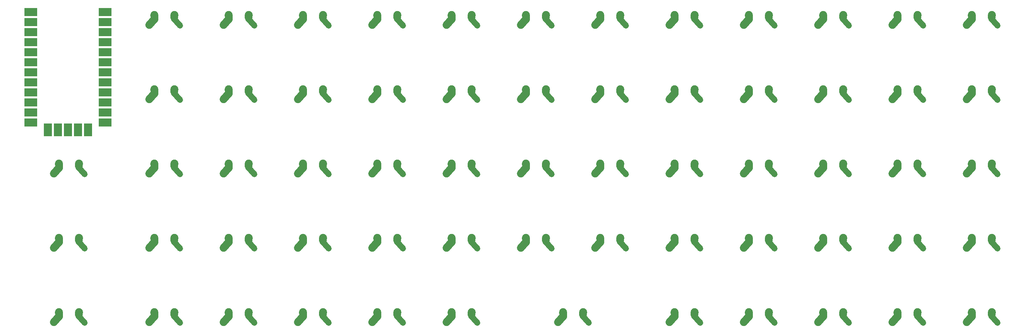
<source format=gbr>
%TF.GenerationSoftware,KiCad,Pcbnew,(5.1.6-0-10_14)*%
%TF.CreationDate,2021-11-22T17:38:10+01:00*%
%TF.ProjectId,Mech50-keyboard,4d656368-3530-42d6-9b65-79626f617264,rev?*%
%TF.SameCoordinates,Original*%
%TF.FileFunction,Paste,Top*%
%TF.FilePolarity,Positive*%
%FSLAX46Y46*%
G04 Gerber Fmt 4.6, Leading zero omitted, Abs format (unit mm)*
G04 Created by KiCad (PCBNEW (5.1.6-0-10_14)) date 2021-11-22 17:38:10*
%MOMM*%
%LPD*%
G01*
G04 APERTURE LIST*
%ADD10R,2.000000X3.250000*%
%ADD11R,3.250000X2.000000*%
G04 APERTURE END LIST*
%TO.C,S-E12*%
G36*
G01*
X299055280Y-131711043D02*
X300699188Y-133543208D01*
G75*
G02*
X300641828Y-134602316I-558234J-500874D01*
G01*
X300641828Y-134602316D01*
G75*
G02*
X299582720Y-134544956I-500874J558234D01*
G01*
X297938812Y-132712792D01*
G75*
G02*
X297996172Y-131653684I558234J500874D01*
G01*
X297996172Y-131653684D01*
G75*
G02*
X299055280Y-131711044I500874J-558234D01*
G01*
G37*
G36*
G01*
X292666369Y-131966799D02*
X292626370Y-131386799D01*
G75*
G02*
X293555202Y-130320369I997631J68799D01*
G01*
X293555202Y-130320369D01*
G75*
G02*
X294621632Y-131249201I68799J-997631D01*
G01*
X294661630Y-131829201D01*
G75*
G02*
X293732798Y-132895631I-997631J-68799D01*
G01*
X293732798Y-132895631D01*
G75*
G02*
X292666368Y-131966799I-68799J997631D01*
G01*
G37*
G36*
G01*
X294408307Y-133065828D02*
X293098317Y-134525837D01*
G75*
G02*
X291686172Y-134602316I-744312J667833D01*
G01*
X291686172Y-134602316D01*
G75*
G02*
X291609693Y-133190171I667833J744312D01*
G01*
X292919683Y-131730163D01*
G75*
G02*
X294331828Y-131653684I744312J-667833D01*
G01*
X294331828Y-131653684D01*
G75*
G02*
X294408307Y-133065829I-667833J-744312D01*
G01*
G37*
G36*
G01*
X297666370Y-131829201D02*
X297706368Y-131249201D01*
G75*
G02*
X298772798Y-130320369I997631J-68799D01*
G01*
X298772798Y-130320369D01*
G75*
G02*
X299701630Y-131386799I-68799J-997631D01*
G01*
X299661632Y-131966799D01*
G75*
G02*
X298595202Y-132895631I-997631J68799D01*
G01*
X298595202Y-132895631D01*
G75*
G02*
X297666370Y-131829201I68799J997631D01*
G01*
G37*
%TD*%
%TO.C,S-E6*%
G36*
G01*
X195677280Y-131711043D02*
X197321188Y-133543208D01*
G75*
G02*
X197263828Y-134602316I-558234J-500874D01*
G01*
X197263828Y-134602316D01*
G75*
G02*
X196204720Y-134544956I-500874J558234D01*
G01*
X194560812Y-132712792D01*
G75*
G02*
X194618172Y-131653684I558234J500874D01*
G01*
X194618172Y-131653684D01*
G75*
G02*
X195677280Y-131711044I500874J-558234D01*
G01*
G37*
G36*
G01*
X189288040Y-131965344D02*
X189248592Y-131386687D01*
G75*
G02*
X190178261Y-130320988I997684J68015D01*
G01*
X190178261Y-130320988D01*
G75*
G02*
X191243960Y-131250657I68015J-997684D01*
G01*
X191283408Y-131829313D01*
G75*
G02*
X190353739Y-132895012I-997684J-68015D01*
G01*
X190353739Y-132895012D01*
G75*
G02*
X189288040Y-131965343I-68015J997684D01*
G01*
G37*
G36*
G01*
X191030307Y-133065828D02*
X189720317Y-134525837D01*
G75*
G02*
X188308172Y-134602316I-744312J667833D01*
G01*
X188308172Y-134602316D01*
G75*
G02*
X188231693Y-133190171I667833J744312D01*
G01*
X189541683Y-131730163D01*
G75*
G02*
X190953828Y-131653684I744312J-667833D01*
G01*
X190953828Y-131653684D01*
G75*
G02*
X191030307Y-133065829I-667833J-744312D01*
G01*
G37*
G36*
G01*
X194288544Y-131830001D02*
X194328087Y-131249969D01*
G75*
G02*
X195393786Y-130320300I997684J-68015D01*
G01*
X195393786Y-130320300D01*
G75*
G02*
X196323455Y-131385999I-68015J-997684D01*
G01*
X196283913Y-131966031D01*
G75*
G02*
X195218214Y-132895700I-997684J68015D01*
G01*
X195218214Y-132895700D01*
G75*
G02*
X194288545Y-131830001I68015J997684D01*
G01*
G37*
%TD*%
%TO.C,S-A0*%
G36*
G01*
X92299280Y-56527043D02*
X93943188Y-58359208D01*
G75*
G02*
X93885828Y-59418316I-558234J-500874D01*
G01*
X93885828Y-59418316D01*
G75*
G02*
X92826720Y-59360956I-500874J558234D01*
G01*
X91182812Y-57528792D01*
G75*
G02*
X91240172Y-56469684I558234J500874D01*
G01*
X91240172Y-56469684D01*
G75*
G02*
X92299280Y-56527044I500874J-558234D01*
G01*
G37*
G36*
G01*
X85910369Y-56782799D02*
X85870370Y-56202799D01*
G75*
G02*
X86799202Y-55136369I997631J68799D01*
G01*
X86799202Y-55136369D01*
G75*
G02*
X87865632Y-56065201I68799J-997631D01*
G01*
X87905630Y-56645201D01*
G75*
G02*
X86976798Y-57711631I-997631J-68799D01*
G01*
X86976798Y-57711631D01*
G75*
G02*
X85910368Y-56782799I-68799J997631D01*
G01*
G37*
G36*
G01*
X87652307Y-57881828D02*
X86342317Y-59341837D01*
G75*
G02*
X84930172Y-59418316I-744312J667833D01*
G01*
X84930172Y-59418316D01*
G75*
G02*
X84853693Y-58006171I667833J744312D01*
G01*
X86163683Y-56546163D01*
G75*
G02*
X87575828Y-56469684I744312J-667833D01*
G01*
X87575828Y-56469684D01*
G75*
G02*
X87652307Y-57881829I-667833J-744312D01*
G01*
G37*
G36*
G01*
X90910370Y-56645201D02*
X90950368Y-56065201D01*
G75*
G02*
X92016798Y-55136369I997631J-68799D01*
G01*
X92016798Y-55136369D01*
G75*
G02*
X92945630Y-56202799I-68799J-997631D01*
G01*
X92905632Y-56782799D01*
G75*
G02*
X91839202Y-57711631I-997631J68799D01*
G01*
X91839202Y-57711631D01*
G75*
G02*
X90910370Y-56645201I68799J997631D01*
G01*
G37*
%TD*%
%TO.C,S-A1*%
G36*
G01*
X111095280Y-56527043D02*
X112739188Y-58359208D01*
G75*
G02*
X112681828Y-59418316I-558234J-500874D01*
G01*
X112681828Y-59418316D01*
G75*
G02*
X111622720Y-59360956I-500874J558234D01*
G01*
X109978812Y-57528792D01*
G75*
G02*
X110036172Y-56469684I558234J500874D01*
G01*
X110036172Y-56469684D01*
G75*
G02*
X111095280Y-56527044I500874J-558234D01*
G01*
G37*
G36*
G01*
X104706369Y-56782799D02*
X104666370Y-56202799D01*
G75*
G02*
X105595202Y-55136369I997631J68799D01*
G01*
X105595202Y-55136369D01*
G75*
G02*
X106661632Y-56065201I68799J-997631D01*
G01*
X106701630Y-56645201D01*
G75*
G02*
X105772798Y-57711631I-997631J-68799D01*
G01*
X105772798Y-57711631D01*
G75*
G02*
X104706368Y-56782799I-68799J997631D01*
G01*
G37*
G36*
G01*
X106448307Y-57881828D02*
X105138317Y-59341837D01*
G75*
G02*
X103726172Y-59418316I-744312J667833D01*
G01*
X103726172Y-59418316D01*
G75*
G02*
X103649693Y-58006171I667833J744312D01*
G01*
X104959683Y-56546163D01*
G75*
G02*
X106371828Y-56469684I744312J-667833D01*
G01*
X106371828Y-56469684D01*
G75*
G02*
X106448307Y-57881829I-667833J-744312D01*
G01*
G37*
G36*
G01*
X109706370Y-56645201D02*
X109746368Y-56065201D01*
G75*
G02*
X110812798Y-55136369I997631J-68799D01*
G01*
X110812798Y-55136369D01*
G75*
G02*
X111741630Y-56202799I-68799J-997631D01*
G01*
X111701632Y-56782799D01*
G75*
G02*
X110635202Y-57711631I-997631J68799D01*
G01*
X110635202Y-57711631D01*
G75*
G02*
X109706370Y-56645201I68799J997631D01*
G01*
G37*
%TD*%
%TO.C,S-A2*%
G36*
G01*
X129891280Y-56527043D02*
X131535188Y-58359208D01*
G75*
G02*
X131477828Y-59418316I-558234J-500874D01*
G01*
X131477828Y-59418316D01*
G75*
G02*
X130418720Y-59360956I-500874J558234D01*
G01*
X128774812Y-57528792D01*
G75*
G02*
X128832172Y-56469684I558234J500874D01*
G01*
X128832172Y-56469684D01*
G75*
G02*
X129891280Y-56527044I500874J-558234D01*
G01*
G37*
G36*
G01*
X123502369Y-56782799D02*
X123462370Y-56202799D01*
G75*
G02*
X124391202Y-55136369I997631J68799D01*
G01*
X124391202Y-55136369D01*
G75*
G02*
X125457632Y-56065201I68799J-997631D01*
G01*
X125497630Y-56645201D01*
G75*
G02*
X124568798Y-57711631I-997631J-68799D01*
G01*
X124568798Y-57711631D01*
G75*
G02*
X123502368Y-56782799I-68799J997631D01*
G01*
G37*
G36*
G01*
X125244307Y-57881828D02*
X123934317Y-59341837D01*
G75*
G02*
X122522172Y-59418316I-744312J667833D01*
G01*
X122522172Y-59418316D01*
G75*
G02*
X122445693Y-58006171I667833J744312D01*
G01*
X123755683Y-56546163D01*
G75*
G02*
X125167828Y-56469684I744312J-667833D01*
G01*
X125167828Y-56469684D01*
G75*
G02*
X125244307Y-57881829I-667833J-744312D01*
G01*
G37*
G36*
G01*
X128502370Y-56645201D02*
X128542368Y-56065201D01*
G75*
G02*
X129608798Y-55136369I997631J-68799D01*
G01*
X129608798Y-55136369D01*
G75*
G02*
X130537630Y-56202799I-68799J-997631D01*
G01*
X130497632Y-56782799D01*
G75*
G02*
X129431202Y-57711631I-997631J68799D01*
G01*
X129431202Y-57711631D01*
G75*
G02*
X128502370Y-56645201I68799J997631D01*
G01*
G37*
%TD*%
%TO.C,S-A3*%
G36*
G01*
X148687280Y-56527043D02*
X150331188Y-58359208D01*
G75*
G02*
X150273828Y-59418316I-558234J-500874D01*
G01*
X150273828Y-59418316D01*
G75*
G02*
X149214720Y-59360956I-500874J558234D01*
G01*
X147570812Y-57528792D01*
G75*
G02*
X147628172Y-56469684I558234J500874D01*
G01*
X147628172Y-56469684D01*
G75*
G02*
X148687280Y-56527044I500874J-558234D01*
G01*
G37*
G36*
G01*
X142298369Y-56782799D02*
X142258370Y-56202799D01*
G75*
G02*
X143187202Y-55136369I997631J68799D01*
G01*
X143187202Y-55136369D01*
G75*
G02*
X144253632Y-56065201I68799J-997631D01*
G01*
X144293630Y-56645201D01*
G75*
G02*
X143364798Y-57711631I-997631J-68799D01*
G01*
X143364798Y-57711631D01*
G75*
G02*
X142298368Y-56782799I-68799J997631D01*
G01*
G37*
G36*
G01*
X144040307Y-57881828D02*
X142730317Y-59341837D01*
G75*
G02*
X141318172Y-59418316I-744312J667833D01*
G01*
X141318172Y-59418316D01*
G75*
G02*
X141241693Y-58006171I667833J744312D01*
G01*
X142551683Y-56546163D01*
G75*
G02*
X143963828Y-56469684I744312J-667833D01*
G01*
X143963828Y-56469684D01*
G75*
G02*
X144040307Y-57881829I-667833J-744312D01*
G01*
G37*
G36*
G01*
X147298370Y-56645201D02*
X147338368Y-56065201D01*
G75*
G02*
X148404798Y-55136369I997631J-68799D01*
G01*
X148404798Y-55136369D01*
G75*
G02*
X149333630Y-56202799I-68799J-997631D01*
G01*
X149293632Y-56782799D01*
G75*
G02*
X148227202Y-57711631I-997631J68799D01*
G01*
X148227202Y-57711631D01*
G75*
G02*
X147298370Y-56645201I68799J997631D01*
G01*
G37*
%TD*%
%TO.C,S-A4*%
G36*
G01*
X167483280Y-56527043D02*
X169127188Y-58359208D01*
G75*
G02*
X169069828Y-59418316I-558234J-500874D01*
G01*
X169069828Y-59418316D01*
G75*
G02*
X168010720Y-59360956I-500874J558234D01*
G01*
X166366812Y-57528792D01*
G75*
G02*
X166424172Y-56469684I558234J500874D01*
G01*
X166424172Y-56469684D01*
G75*
G02*
X167483280Y-56527044I500874J-558234D01*
G01*
G37*
G36*
G01*
X161094369Y-56782799D02*
X161054370Y-56202799D01*
G75*
G02*
X161983202Y-55136369I997631J68799D01*
G01*
X161983202Y-55136369D01*
G75*
G02*
X163049632Y-56065201I68799J-997631D01*
G01*
X163089630Y-56645201D01*
G75*
G02*
X162160798Y-57711631I-997631J-68799D01*
G01*
X162160798Y-57711631D01*
G75*
G02*
X161094368Y-56782799I-68799J997631D01*
G01*
G37*
G36*
G01*
X162836307Y-57881828D02*
X161526317Y-59341837D01*
G75*
G02*
X160114172Y-59418316I-744312J667833D01*
G01*
X160114172Y-59418316D01*
G75*
G02*
X160037693Y-58006171I667833J744312D01*
G01*
X161347683Y-56546163D01*
G75*
G02*
X162759828Y-56469684I744312J-667833D01*
G01*
X162759828Y-56469684D01*
G75*
G02*
X162836307Y-57881829I-667833J-744312D01*
G01*
G37*
G36*
G01*
X166094370Y-56645201D02*
X166134368Y-56065201D01*
G75*
G02*
X167200798Y-55136369I997631J-68799D01*
G01*
X167200798Y-55136369D01*
G75*
G02*
X168129630Y-56202799I-68799J-997631D01*
G01*
X168089632Y-56782799D01*
G75*
G02*
X167023202Y-57711631I-997631J68799D01*
G01*
X167023202Y-57711631D01*
G75*
G02*
X166094370Y-56645201I68799J997631D01*
G01*
G37*
%TD*%
%TO.C,S-A5*%
G36*
G01*
X186279280Y-56527043D02*
X187923188Y-58359208D01*
G75*
G02*
X187865828Y-59418316I-558234J-500874D01*
G01*
X187865828Y-59418316D01*
G75*
G02*
X186806720Y-59360956I-500874J558234D01*
G01*
X185162812Y-57528792D01*
G75*
G02*
X185220172Y-56469684I558234J500874D01*
G01*
X185220172Y-56469684D01*
G75*
G02*
X186279280Y-56527044I500874J-558234D01*
G01*
G37*
G36*
G01*
X179890369Y-56782799D02*
X179850370Y-56202799D01*
G75*
G02*
X180779202Y-55136369I997631J68799D01*
G01*
X180779202Y-55136369D01*
G75*
G02*
X181845632Y-56065201I68799J-997631D01*
G01*
X181885630Y-56645201D01*
G75*
G02*
X180956798Y-57711631I-997631J-68799D01*
G01*
X180956798Y-57711631D01*
G75*
G02*
X179890368Y-56782799I-68799J997631D01*
G01*
G37*
G36*
G01*
X181632307Y-57881828D02*
X180322317Y-59341837D01*
G75*
G02*
X178910172Y-59418316I-744312J667833D01*
G01*
X178910172Y-59418316D01*
G75*
G02*
X178833693Y-58006171I667833J744312D01*
G01*
X180143683Y-56546163D01*
G75*
G02*
X181555828Y-56469684I744312J-667833D01*
G01*
X181555828Y-56469684D01*
G75*
G02*
X181632307Y-57881829I-667833J-744312D01*
G01*
G37*
G36*
G01*
X184890370Y-56645201D02*
X184930368Y-56065201D01*
G75*
G02*
X185996798Y-55136369I997631J-68799D01*
G01*
X185996798Y-55136369D01*
G75*
G02*
X186925630Y-56202799I-68799J-997631D01*
G01*
X186885632Y-56782799D01*
G75*
G02*
X185819202Y-57711631I-997631J68799D01*
G01*
X185819202Y-57711631D01*
G75*
G02*
X184890370Y-56645201I68799J997631D01*
G01*
G37*
%TD*%
%TO.C,S-A6*%
G36*
G01*
X205075280Y-56527043D02*
X206719188Y-58359208D01*
G75*
G02*
X206661828Y-59418316I-558234J-500874D01*
G01*
X206661828Y-59418316D01*
G75*
G02*
X205602720Y-59360956I-500874J558234D01*
G01*
X203958812Y-57528792D01*
G75*
G02*
X204016172Y-56469684I558234J500874D01*
G01*
X204016172Y-56469684D01*
G75*
G02*
X205075280Y-56527044I500874J-558234D01*
G01*
G37*
G36*
G01*
X198686369Y-56782799D02*
X198646370Y-56202799D01*
G75*
G02*
X199575202Y-55136369I997631J68799D01*
G01*
X199575202Y-55136369D01*
G75*
G02*
X200641632Y-56065201I68799J-997631D01*
G01*
X200681630Y-56645201D01*
G75*
G02*
X199752798Y-57711631I-997631J-68799D01*
G01*
X199752798Y-57711631D01*
G75*
G02*
X198686368Y-56782799I-68799J997631D01*
G01*
G37*
G36*
G01*
X200428307Y-57881828D02*
X199118317Y-59341837D01*
G75*
G02*
X197706172Y-59418316I-744312J667833D01*
G01*
X197706172Y-59418316D01*
G75*
G02*
X197629693Y-58006171I667833J744312D01*
G01*
X198939683Y-56546163D01*
G75*
G02*
X200351828Y-56469684I744312J-667833D01*
G01*
X200351828Y-56469684D01*
G75*
G02*
X200428307Y-57881829I-667833J-744312D01*
G01*
G37*
G36*
G01*
X203686370Y-56645201D02*
X203726368Y-56065201D01*
G75*
G02*
X204792798Y-55136369I997631J-68799D01*
G01*
X204792798Y-55136369D01*
G75*
G02*
X205721630Y-56202799I-68799J-997631D01*
G01*
X205681632Y-56782799D01*
G75*
G02*
X204615202Y-57711631I-997631J68799D01*
G01*
X204615202Y-57711631D01*
G75*
G02*
X203686370Y-56645201I68799J997631D01*
G01*
G37*
%TD*%
%TO.C,S-A7*%
G36*
G01*
X223871280Y-56527043D02*
X225515188Y-58359208D01*
G75*
G02*
X225457828Y-59418316I-558234J-500874D01*
G01*
X225457828Y-59418316D01*
G75*
G02*
X224398720Y-59360956I-500874J558234D01*
G01*
X222754812Y-57528792D01*
G75*
G02*
X222812172Y-56469684I558234J500874D01*
G01*
X222812172Y-56469684D01*
G75*
G02*
X223871280Y-56527044I500874J-558234D01*
G01*
G37*
G36*
G01*
X217482369Y-56782799D02*
X217442370Y-56202799D01*
G75*
G02*
X218371202Y-55136369I997631J68799D01*
G01*
X218371202Y-55136369D01*
G75*
G02*
X219437632Y-56065201I68799J-997631D01*
G01*
X219477630Y-56645201D01*
G75*
G02*
X218548798Y-57711631I-997631J-68799D01*
G01*
X218548798Y-57711631D01*
G75*
G02*
X217482368Y-56782799I-68799J997631D01*
G01*
G37*
G36*
G01*
X219224307Y-57881828D02*
X217914317Y-59341837D01*
G75*
G02*
X216502172Y-59418316I-744312J667833D01*
G01*
X216502172Y-59418316D01*
G75*
G02*
X216425693Y-58006171I667833J744312D01*
G01*
X217735683Y-56546163D01*
G75*
G02*
X219147828Y-56469684I744312J-667833D01*
G01*
X219147828Y-56469684D01*
G75*
G02*
X219224307Y-57881829I-667833J-744312D01*
G01*
G37*
G36*
G01*
X222482370Y-56645201D02*
X222522368Y-56065201D01*
G75*
G02*
X223588798Y-55136369I997631J-68799D01*
G01*
X223588798Y-55136369D01*
G75*
G02*
X224517630Y-56202799I-68799J-997631D01*
G01*
X224477632Y-56782799D01*
G75*
G02*
X223411202Y-57711631I-997631J68799D01*
G01*
X223411202Y-57711631D01*
G75*
G02*
X222482370Y-56645201I68799J997631D01*
G01*
G37*
%TD*%
%TO.C,S-A8*%
G36*
G01*
X242667280Y-56527043D02*
X244311188Y-58359208D01*
G75*
G02*
X244253828Y-59418316I-558234J-500874D01*
G01*
X244253828Y-59418316D01*
G75*
G02*
X243194720Y-59360956I-500874J558234D01*
G01*
X241550812Y-57528792D01*
G75*
G02*
X241608172Y-56469684I558234J500874D01*
G01*
X241608172Y-56469684D01*
G75*
G02*
X242667280Y-56527044I500874J-558234D01*
G01*
G37*
G36*
G01*
X236278369Y-56782799D02*
X236238370Y-56202799D01*
G75*
G02*
X237167202Y-55136369I997631J68799D01*
G01*
X237167202Y-55136369D01*
G75*
G02*
X238233632Y-56065201I68799J-997631D01*
G01*
X238273630Y-56645201D01*
G75*
G02*
X237344798Y-57711631I-997631J-68799D01*
G01*
X237344798Y-57711631D01*
G75*
G02*
X236278368Y-56782799I-68799J997631D01*
G01*
G37*
G36*
G01*
X238020307Y-57881828D02*
X236710317Y-59341837D01*
G75*
G02*
X235298172Y-59418316I-744312J667833D01*
G01*
X235298172Y-59418316D01*
G75*
G02*
X235221693Y-58006171I667833J744312D01*
G01*
X236531683Y-56546163D01*
G75*
G02*
X237943828Y-56469684I744312J-667833D01*
G01*
X237943828Y-56469684D01*
G75*
G02*
X238020307Y-57881829I-667833J-744312D01*
G01*
G37*
G36*
G01*
X241278370Y-56645201D02*
X241318368Y-56065201D01*
G75*
G02*
X242384798Y-55136369I997631J-68799D01*
G01*
X242384798Y-55136369D01*
G75*
G02*
X243313630Y-56202799I-68799J-997631D01*
G01*
X243273632Y-56782799D01*
G75*
G02*
X242207202Y-57711631I-997631J68799D01*
G01*
X242207202Y-57711631D01*
G75*
G02*
X241278370Y-56645201I68799J997631D01*
G01*
G37*
%TD*%
%TO.C,S-A9*%
G36*
G01*
X261463280Y-56527043D02*
X263107188Y-58359208D01*
G75*
G02*
X263049828Y-59418316I-558234J-500874D01*
G01*
X263049828Y-59418316D01*
G75*
G02*
X261990720Y-59360956I-500874J558234D01*
G01*
X260346812Y-57528792D01*
G75*
G02*
X260404172Y-56469684I558234J500874D01*
G01*
X260404172Y-56469684D01*
G75*
G02*
X261463280Y-56527044I500874J-558234D01*
G01*
G37*
G36*
G01*
X255074369Y-56782799D02*
X255034370Y-56202799D01*
G75*
G02*
X255963202Y-55136369I997631J68799D01*
G01*
X255963202Y-55136369D01*
G75*
G02*
X257029632Y-56065201I68799J-997631D01*
G01*
X257069630Y-56645201D01*
G75*
G02*
X256140798Y-57711631I-997631J-68799D01*
G01*
X256140798Y-57711631D01*
G75*
G02*
X255074368Y-56782799I-68799J997631D01*
G01*
G37*
G36*
G01*
X256816307Y-57881828D02*
X255506317Y-59341837D01*
G75*
G02*
X254094172Y-59418316I-744312J667833D01*
G01*
X254094172Y-59418316D01*
G75*
G02*
X254017693Y-58006171I667833J744312D01*
G01*
X255327683Y-56546163D01*
G75*
G02*
X256739828Y-56469684I744312J-667833D01*
G01*
X256739828Y-56469684D01*
G75*
G02*
X256816307Y-57881829I-667833J-744312D01*
G01*
G37*
G36*
G01*
X260074370Y-56645201D02*
X260114368Y-56065201D01*
G75*
G02*
X261180798Y-55136369I997631J-68799D01*
G01*
X261180798Y-55136369D01*
G75*
G02*
X262109630Y-56202799I-68799J-997631D01*
G01*
X262069632Y-56782799D01*
G75*
G02*
X261003202Y-57711631I-997631J68799D01*
G01*
X261003202Y-57711631D01*
G75*
G02*
X260074370Y-56645201I68799J997631D01*
G01*
G37*
%TD*%
%TO.C,S-A10*%
G36*
G01*
X280259280Y-56527043D02*
X281903188Y-58359208D01*
G75*
G02*
X281845828Y-59418316I-558234J-500874D01*
G01*
X281845828Y-59418316D01*
G75*
G02*
X280786720Y-59360956I-500874J558234D01*
G01*
X279142812Y-57528792D01*
G75*
G02*
X279200172Y-56469684I558234J500874D01*
G01*
X279200172Y-56469684D01*
G75*
G02*
X280259280Y-56527044I500874J-558234D01*
G01*
G37*
G36*
G01*
X273870369Y-56782799D02*
X273830370Y-56202799D01*
G75*
G02*
X274759202Y-55136369I997631J68799D01*
G01*
X274759202Y-55136369D01*
G75*
G02*
X275825632Y-56065201I68799J-997631D01*
G01*
X275865630Y-56645201D01*
G75*
G02*
X274936798Y-57711631I-997631J-68799D01*
G01*
X274936798Y-57711631D01*
G75*
G02*
X273870368Y-56782799I-68799J997631D01*
G01*
G37*
G36*
G01*
X275612307Y-57881828D02*
X274302317Y-59341837D01*
G75*
G02*
X272890172Y-59418316I-744312J667833D01*
G01*
X272890172Y-59418316D01*
G75*
G02*
X272813693Y-58006171I667833J744312D01*
G01*
X274123683Y-56546163D01*
G75*
G02*
X275535828Y-56469684I744312J-667833D01*
G01*
X275535828Y-56469684D01*
G75*
G02*
X275612307Y-57881829I-667833J-744312D01*
G01*
G37*
G36*
G01*
X278870370Y-56645201D02*
X278910368Y-56065201D01*
G75*
G02*
X279976798Y-55136369I997631J-68799D01*
G01*
X279976798Y-55136369D01*
G75*
G02*
X280905630Y-56202799I-68799J-997631D01*
G01*
X280865632Y-56782799D01*
G75*
G02*
X279799202Y-57711631I-997631J68799D01*
G01*
X279799202Y-57711631D01*
G75*
G02*
X278870370Y-56645201I68799J997631D01*
G01*
G37*
%TD*%
%TO.C,S-A11*%
G36*
G01*
X299055280Y-56527043D02*
X300699188Y-58359208D01*
G75*
G02*
X300641828Y-59418316I-558234J-500874D01*
G01*
X300641828Y-59418316D01*
G75*
G02*
X299582720Y-59360956I-500874J558234D01*
G01*
X297938812Y-57528792D01*
G75*
G02*
X297996172Y-56469684I558234J500874D01*
G01*
X297996172Y-56469684D01*
G75*
G02*
X299055280Y-56527044I500874J-558234D01*
G01*
G37*
G36*
G01*
X292666369Y-56782799D02*
X292626370Y-56202799D01*
G75*
G02*
X293555202Y-55136369I997631J68799D01*
G01*
X293555202Y-55136369D01*
G75*
G02*
X294621632Y-56065201I68799J-997631D01*
G01*
X294661630Y-56645201D01*
G75*
G02*
X293732798Y-57711631I-997631J-68799D01*
G01*
X293732798Y-57711631D01*
G75*
G02*
X292666368Y-56782799I-68799J997631D01*
G01*
G37*
G36*
G01*
X294408307Y-57881828D02*
X293098317Y-59341837D01*
G75*
G02*
X291686172Y-59418316I-744312J667833D01*
G01*
X291686172Y-59418316D01*
G75*
G02*
X291609693Y-58006171I667833J744312D01*
G01*
X292919683Y-56546163D01*
G75*
G02*
X294331828Y-56469684I744312J-667833D01*
G01*
X294331828Y-56469684D01*
G75*
G02*
X294408307Y-57881829I-667833J-744312D01*
G01*
G37*
G36*
G01*
X297666370Y-56645201D02*
X297706368Y-56065201D01*
G75*
G02*
X298772798Y-55136369I997631J-68799D01*
G01*
X298772798Y-55136369D01*
G75*
G02*
X299701630Y-56202799I-68799J-997631D01*
G01*
X299661632Y-56782799D01*
G75*
G02*
X298595202Y-57711631I-997631J68799D01*
G01*
X298595202Y-57711631D01*
G75*
G02*
X297666370Y-56645201I68799J997631D01*
G01*
G37*
%TD*%
%TO.C,S-B0*%
G36*
G01*
X92299280Y-75323043D02*
X93943188Y-77155208D01*
G75*
G02*
X93885828Y-78214316I-558234J-500874D01*
G01*
X93885828Y-78214316D01*
G75*
G02*
X92826720Y-78156956I-500874J558234D01*
G01*
X91182812Y-76324792D01*
G75*
G02*
X91240172Y-75265684I558234J500874D01*
G01*
X91240172Y-75265684D01*
G75*
G02*
X92299280Y-75323044I500874J-558234D01*
G01*
G37*
G36*
G01*
X85910369Y-75578799D02*
X85870370Y-74998799D01*
G75*
G02*
X86799202Y-73932369I997631J68799D01*
G01*
X86799202Y-73932369D01*
G75*
G02*
X87865632Y-74861201I68799J-997631D01*
G01*
X87905630Y-75441201D01*
G75*
G02*
X86976798Y-76507631I-997631J-68799D01*
G01*
X86976798Y-76507631D01*
G75*
G02*
X85910368Y-75578799I-68799J997631D01*
G01*
G37*
G36*
G01*
X87652307Y-76677828D02*
X86342317Y-78137837D01*
G75*
G02*
X84930172Y-78214316I-744312J667833D01*
G01*
X84930172Y-78214316D01*
G75*
G02*
X84853693Y-76802171I667833J744312D01*
G01*
X86163683Y-75342163D01*
G75*
G02*
X87575828Y-75265684I744312J-667833D01*
G01*
X87575828Y-75265684D01*
G75*
G02*
X87652307Y-76677829I-667833J-744312D01*
G01*
G37*
G36*
G01*
X90910370Y-75441201D02*
X90950368Y-74861201D01*
G75*
G02*
X92016798Y-73932369I997631J-68799D01*
G01*
X92016798Y-73932369D01*
G75*
G02*
X92945630Y-74998799I-68799J-997631D01*
G01*
X92905632Y-75578799D01*
G75*
G02*
X91839202Y-76507631I-997631J68799D01*
G01*
X91839202Y-76507631D01*
G75*
G02*
X90910370Y-75441201I68799J997631D01*
G01*
G37*
%TD*%
%TO.C,S-B1*%
G36*
G01*
X111095280Y-75323043D02*
X112739188Y-77155208D01*
G75*
G02*
X112681828Y-78214316I-558234J-500874D01*
G01*
X112681828Y-78214316D01*
G75*
G02*
X111622720Y-78156956I-500874J558234D01*
G01*
X109978812Y-76324792D01*
G75*
G02*
X110036172Y-75265684I558234J500874D01*
G01*
X110036172Y-75265684D01*
G75*
G02*
X111095280Y-75323044I500874J-558234D01*
G01*
G37*
G36*
G01*
X104706369Y-75578799D02*
X104666370Y-74998799D01*
G75*
G02*
X105595202Y-73932369I997631J68799D01*
G01*
X105595202Y-73932369D01*
G75*
G02*
X106661632Y-74861201I68799J-997631D01*
G01*
X106701630Y-75441201D01*
G75*
G02*
X105772798Y-76507631I-997631J-68799D01*
G01*
X105772798Y-76507631D01*
G75*
G02*
X104706368Y-75578799I-68799J997631D01*
G01*
G37*
G36*
G01*
X106448307Y-76677828D02*
X105138317Y-78137837D01*
G75*
G02*
X103726172Y-78214316I-744312J667833D01*
G01*
X103726172Y-78214316D01*
G75*
G02*
X103649693Y-76802171I667833J744312D01*
G01*
X104959683Y-75342163D01*
G75*
G02*
X106371828Y-75265684I744312J-667833D01*
G01*
X106371828Y-75265684D01*
G75*
G02*
X106448307Y-76677829I-667833J-744312D01*
G01*
G37*
G36*
G01*
X109706370Y-75441201D02*
X109746368Y-74861201D01*
G75*
G02*
X110812798Y-73932369I997631J-68799D01*
G01*
X110812798Y-73932369D01*
G75*
G02*
X111741630Y-74998799I-68799J-997631D01*
G01*
X111701632Y-75578799D01*
G75*
G02*
X110635202Y-76507631I-997631J68799D01*
G01*
X110635202Y-76507631D01*
G75*
G02*
X109706370Y-75441201I68799J997631D01*
G01*
G37*
%TD*%
%TO.C,S-B2*%
G36*
G01*
X129891280Y-75323043D02*
X131535188Y-77155208D01*
G75*
G02*
X131477828Y-78214316I-558234J-500874D01*
G01*
X131477828Y-78214316D01*
G75*
G02*
X130418720Y-78156956I-500874J558234D01*
G01*
X128774812Y-76324792D01*
G75*
G02*
X128832172Y-75265684I558234J500874D01*
G01*
X128832172Y-75265684D01*
G75*
G02*
X129891280Y-75323044I500874J-558234D01*
G01*
G37*
G36*
G01*
X123502369Y-75578799D02*
X123462370Y-74998799D01*
G75*
G02*
X124391202Y-73932369I997631J68799D01*
G01*
X124391202Y-73932369D01*
G75*
G02*
X125457632Y-74861201I68799J-997631D01*
G01*
X125497630Y-75441201D01*
G75*
G02*
X124568798Y-76507631I-997631J-68799D01*
G01*
X124568798Y-76507631D01*
G75*
G02*
X123502368Y-75578799I-68799J997631D01*
G01*
G37*
G36*
G01*
X125244307Y-76677828D02*
X123934317Y-78137837D01*
G75*
G02*
X122522172Y-78214316I-744312J667833D01*
G01*
X122522172Y-78214316D01*
G75*
G02*
X122445693Y-76802171I667833J744312D01*
G01*
X123755683Y-75342163D01*
G75*
G02*
X125167828Y-75265684I744312J-667833D01*
G01*
X125167828Y-75265684D01*
G75*
G02*
X125244307Y-76677829I-667833J-744312D01*
G01*
G37*
G36*
G01*
X128502370Y-75441201D02*
X128542368Y-74861201D01*
G75*
G02*
X129608798Y-73932369I997631J-68799D01*
G01*
X129608798Y-73932369D01*
G75*
G02*
X130537630Y-74998799I-68799J-997631D01*
G01*
X130497632Y-75578799D01*
G75*
G02*
X129431202Y-76507631I-997631J68799D01*
G01*
X129431202Y-76507631D01*
G75*
G02*
X128502370Y-75441201I68799J997631D01*
G01*
G37*
%TD*%
%TO.C,S-B3*%
G36*
G01*
X148687280Y-75323043D02*
X150331188Y-77155208D01*
G75*
G02*
X150273828Y-78214316I-558234J-500874D01*
G01*
X150273828Y-78214316D01*
G75*
G02*
X149214720Y-78156956I-500874J558234D01*
G01*
X147570812Y-76324792D01*
G75*
G02*
X147628172Y-75265684I558234J500874D01*
G01*
X147628172Y-75265684D01*
G75*
G02*
X148687280Y-75323044I500874J-558234D01*
G01*
G37*
G36*
G01*
X142298369Y-75578799D02*
X142258370Y-74998799D01*
G75*
G02*
X143187202Y-73932369I997631J68799D01*
G01*
X143187202Y-73932369D01*
G75*
G02*
X144253632Y-74861201I68799J-997631D01*
G01*
X144293630Y-75441201D01*
G75*
G02*
X143364798Y-76507631I-997631J-68799D01*
G01*
X143364798Y-76507631D01*
G75*
G02*
X142298368Y-75578799I-68799J997631D01*
G01*
G37*
G36*
G01*
X144040307Y-76677828D02*
X142730317Y-78137837D01*
G75*
G02*
X141318172Y-78214316I-744312J667833D01*
G01*
X141318172Y-78214316D01*
G75*
G02*
X141241693Y-76802171I667833J744312D01*
G01*
X142551683Y-75342163D01*
G75*
G02*
X143963828Y-75265684I744312J-667833D01*
G01*
X143963828Y-75265684D01*
G75*
G02*
X144040307Y-76677829I-667833J-744312D01*
G01*
G37*
G36*
G01*
X147298370Y-75441201D02*
X147338368Y-74861201D01*
G75*
G02*
X148404798Y-73932369I997631J-68799D01*
G01*
X148404798Y-73932369D01*
G75*
G02*
X149333630Y-74998799I-68799J-997631D01*
G01*
X149293632Y-75578799D01*
G75*
G02*
X148227202Y-76507631I-997631J68799D01*
G01*
X148227202Y-76507631D01*
G75*
G02*
X147298370Y-75441201I68799J997631D01*
G01*
G37*
%TD*%
%TO.C,S-B4*%
G36*
G01*
X167483280Y-75323043D02*
X169127188Y-77155208D01*
G75*
G02*
X169069828Y-78214316I-558234J-500874D01*
G01*
X169069828Y-78214316D01*
G75*
G02*
X168010720Y-78156956I-500874J558234D01*
G01*
X166366812Y-76324792D01*
G75*
G02*
X166424172Y-75265684I558234J500874D01*
G01*
X166424172Y-75265684D01*
G75*
G02*
X167483280Y-75323044I500874J-558234D01*
G01*
G37*
G36*
G01*
X161094369Y-75578799D02*
X161054370Y-74998799D01*
G75*
G02*
X161983202Y-73932369I997631J68799D01*
G01*
X161983202Y-73932369D01*
G75*
G02*
X163049632Y-74861201I68799J-997631D01*
G01*
X163089630Y-75441201D01*
G75*
G02*
X162160798Y-76507631I-997631J-68799D01*
G01*
X162160798Y-76507631D01*
G75*
G02*
X161094368Y-75578799I-68799J997631D01*
G01*
G37*
G36*
G01*
X162836307Y-76677828D02*
X161526317Y-78137837D01*
G75*
G02*
X160114172Y-78214316I-744312J667833D01*
G01*
X160114172Y-78214316D01*
G75*
G02*
X160037693Y-76802171I667833J744312D01*
G01*
X161347683Y-75342163D01*
G75*
G02*
X162759828Y-75265684I744312J-667833D01*
G01*
X162759828Y-75265684D01*
G75*
G02*
X162836307Y-76677829I-667833J-744312D01*
G01*
G37*
G36*
G01*
X166094370Y-75441201D02*
X166134368Y-74861201D01*
G75*
G02*
X167200798Y-73932369I997631J-68799D01*
G01*
X167200798Y-73932369D01*
G75*
G02*
X168129630Y-74998799I-68799J-997631D01*
G01*
X168089632Y-75578799D01*
G75*
G02*
X167023202Y-76507631I-997631J68799D01*
G01*
X167023202Y-76507631D01*
G75*
G02*
X166094370Y-75441201I68799J997631D01*
G01*
G37*
%TD*%
%TO.C,S-B5*%
G36*
G01*
X186279280Y-75323043D02*
X187923188Y-77155208D01*
G75*
G02*
X187865828Y-78214316I-558234J-500874D01*
G01*
X187865828Y-78214316D01*
G75*
G02*
X186806720Y-78156956I-500874J558234D01*
G01*
X185162812Y-76324792D01*
G75*
G02*
X185220172Y-75265684I558234J500874D01*
G01*
X185220172Y-75265684D01*
G75*
G02*
X186279280Y-75323044I500874J-558234D01*
G01*
G37*
G36*
G01*
X179890369Y-75578799D02*
X179850370Y-74998799D01*
G75*
G02*
X180779202Y-73932369I997631J68799D01*
G01*
X180779202Y-73932369D01*
G75*
G02*
X181845632Y-74861201I68799J-997631D01*
G01*
X181885630Y-75441201D01*
G75*
G02*
X180956798Y-76507631I-997631J-68799D01*
G01*
X180956798Y-76507631D01*
G75*
G02*
X179890368Y-75578799I-68799J997631D01*
G01*
G37*
G36*
G01*
X181632307Y-76677828D02*
X180322317Y-78137837D01*
G75*
G02*
X178910172Y-78214316I-744312J667833D01*
G01*
X178910172Y-78214316D01*
G75*
G02*
X178833693Y-76802171I667833J744312D01*
G01*
X180143683Y-75342163D01*
G75*
G02*
X181555828Y-75265684I744312J-667833D01*
G01*
X181555828Y-75265684D01*
G75*
G02*
X181632307Y-76677829I-667833J-744312D01*
G01*
G37*
G36*
G01*
X184890370Y-75441201D02*
X184930368Y-74861201D01*
G75*
G02*
X185996798Y-73932369I997631J-68799D01*
G01*
X185996798Y-73932369D01*
G75*
G02*
X186925630Y-74998799I-68799J-997631D01*
G01*
X186885632Y-75578799D01*
G75*
G02*
X185819202Y-76507631I-997631J68799D01*
G01*
X185819202Y-76507631D01*
G75*
G02*
X184890370Y-75441201I68799J997631D01*
G01*
G37*
%TD*%
%TO.C,S-B6*%
G36*
G01*
X205075280Y-75323043D02*
X206719188Y-77155208D01*
G75*
G02*
X206661828Y-78214316I-558234J-500874D01*
G01*
X206661828Y-78214316D01*
G75*
G02*
X205602720Y-78156956I-500874J558234D01*
G01*
X203958812Y-76324792D01*
G75*
G02*
X204016172Y-75265684I558234J500874D01*
G01*
X204016172Y-75265684D01*
G75*
G02*
X205075280Y-75323044I500874J-558234D01*
G01*
G37*
G36*
G01*
X198686369Y-75578799D02*
X198646370Y-74998799D01*
G75*
G02*
X199575202Y-73932369I997631J68799D01*
G01*
X199575202Y-73932369D01*
G75*
G02*
X200641632Y-74861201I68799J-997631D01*
G01*
X200681630Y-75441201D01*
G75*
G02*
X199752798Y-76507631I-997631J-68799D01*
G01*
X199752798Y-76507631D01*
G75*
G02*
X198686368Y-75578799I-68799J997631D01*
G01*
G37*
G36*
G01*
X200428307Y-76677828D02*
X199118317Y-78137837D01*
G75*
G02*
X197706172Y-78214316I-744312J667833D01*
G01*
X197706172Y-78214316D01*
G75*
G02*
X197629693Y-76802171I667833J744312D01*
G01*
X198939683Y-75342163D01*
G75*
G02*
X200351828Y-75265684I744312J-667833D01*
G01*
X200351828Y-75265684D01*
G75*
G02*
X200428307Y-76677829I-667833J-744312D01*
G01*
G37*
G36*
G01*
X203686370Y-75441201D02*
X203726368Y-74861201D01*
G75*
G02*
X204792798Y-73932369I997631J-68799D01*
G01*
X204792798Y-73932369D01*
G75*
G02*
X205721630Y-74998799I-68799J-997631D01*
G01*
X205681632Y-75578799D01*
G75*
G02*
X204615202Y-76507631I-997631J68799D01*
G01*
X204615202Y-76507631D01*
G75*
G02*
X203686370Y-75441201I68799J997631D01*
G01*
G37*
%TD*%
%TO.C,S-B7*%
G36*
G01*
X223871280Y-75323043D02*
X225515188Y-77155208D01*
G75*
G02*
X225457828Y-78214316I-558234J-500874D01*
G01*
X225457828Y-78214316D01*
G75*
G02*
X224398720Y-78156956I-500874J558234D01*
G01*
X222754812Y-76324792D01*
G75*
G02*
X222812172Y-75265684I558234J500874D01*
G01*
X222812172Y-75265684D01*
G75*
G02*
X223871280Y-75323044I500874J-558234D01*
G01*
G37*
G36*
G01*
X217482369Y-75578799D02*
X217442370Y-74998799D01*
G75*
G02*
X218371202Y-73932369I997631J68799D01*
G01*
X218371202Y-73932369D01*
G75*
G02*
X219437632Y-74861201I68799J-997631D01*
G01*
X219477630Y-75441201D01*
G75*
G02*
X218548798Y-76507631I-997631J-68799D01*
G01*
X218548798Y-76507631D01*
G75*
G02*
X217482368Y-75578799I-68799J997631D01*
G01*
G37*
G36*
G01*
X219224307Y-76677828D02*
X217914317Y-78137837D01*
G75*
G02*
X216502172Y-78214316I-744312J667833D01*
G01*
X216502172Y-78214316D01*
G75*
G02*
X216425693Y-76802171I667833J744312D01*
G01*
X217735683Y-75342163D01*
G75*
G02*
X219147828Y-75265684I744312J-667833D01*
G01*
X219147828Y-75265684D01*
G75*
G02*
X219224307Y-76677829I-667833J-744312D01*
G01*
G37*
G36*
G01*
X222482370Y-75441201D02*
X222522368Y-74861201D01*
G75*
G02*
X223588798Y-73932369I997631J-68799D01*
G01*
X223588798Y-73932369D01*
G75*
G02*
X224517630Y-74998799I-68799J-997631D01*
G01*
X224477632Y-75578799D01*
G75*
G02*
X223411202Y-76507631I-997631J68799D01*
G01*
X223411202Y-76507631D01*
G75*
G02*
X222482370Y-75441201I68799J997631D01*
G01*
G37*
%TD*%
%TO.C,S-B8*%
G36*
G01*
X242667280Y-75323043D02*
X244311188Y-77155208D01*
G75*
G02*
X244253828Y-78214316I-558234J-500874D01*
G01*
X244253828Y-78214316D01*
G75*
G02*
X243194720Y-78156956I-500874J558234D01*
G01*
X241550812Y-76324792D01*
G75*
G02*
X241608172Y-75265684I558234J500874D01*
G01*
X241608172Y-75265684D01*
G75*
G02*
X242667280Y-75323044I500874J-558234D01*
G01*
G37*
G36*
G01*
X236278369Y-75578799D02*
X236238370Y-74998799D01*
G75*
G02*
X237167202Y-73932369I997631J68799D01*
G01*
X237167202Y-73932369D01*
G75*
G02*
X238233632Y-74861201I68799J-997631D01*
G01*
X238273630Y-75441201D01*
G75*
G02*
X237344798Y-76507631I-997631J-68799D01*
G01*
X237344798Y-76507631D01*
G75*
G02*
X236278368Y-75578799I-68799J997631D01*
G01*
G37*
G36*
G01*
X238020307Y-76677828D02*
X236710317Y-78137837D01*
G75*
G02*
X235298172Y-78214316I-744312J667833D01*
G01*
X235298172Y-78214316D01*
G75*
G02*
X235221693Y-76802171I667833J744312D01*
G01*
X236531683Y-75342163D01*
G75*
G02*
X237943828Y-75265684I744312J-667833D01*
G01*
X237943828Y-75265684D01*
G75*
G02*
X238020307Y-76677829I-667833J-744312D01*
G01*
G37*
G36*
G01*
X241278370Y-75441201D02*
X241318368Y-74861201D01*
G75*
G02*
X242384798Y-73932369I997631J-68799D01*
G01*
X242384798Y-73932369D01*
G75*
G02*
X243313630Y-74998799I-68799J-997631D01*
G01*
X243273632Y-75578799D01*
G75*
G02*
X242207202Y-76507631I-997631J68799D01*
G01*
X242207202Y-76507631D01*
G75*
G02*
X241278370Y-75441201I68799J997631D01*
G01*
G37*
%TD*%
%TO.C,S-B9*%
G36*
G01*
X261463280Y-75323043D02*
X263107188Y-77155208D01*
G75*
G02*
X263049828Y-78214316I-558234J-500874D01*
G01*
X263049828Y-78214316D01*
G75*
G02*
X261990720Y-78156956I-500874J558234D01*
G01*
X260346812Y-76324792D01*
G75*
G02*
X260404172Y-75265684I558234J500874D01*
G01*
X260404172Y-75265684D01*
G75*
G02*
X261463280Y-75323044I500874J-558234D01*
G01*
G37*
G36*
G01*
X255074369Y-75578799D02*
X255034370Y-74998799D01*
G75*
G02*
X255963202Y-73932369I997631J68799D01*
G01*
X255963202Y-73932369D01*
G75*
G02*
X257029632Y-74861201I68799J-997631D01*
G01*
X257069630Y-75441201D01*
G75*
G02*
X256140798Y-76507631I-997631J-68799D01*
G01*
X256140798Y-76507631D01*
G75*
G02*
X255074368Y-75578799I-68799J997631D01*
G01*
G37*
G36*
G01*
X256816307Y-76677828D02*
X255506317Y-78137837D01*
G75*
G02*
X254094172Y-78214316I-744312J667833D01*
G01*
X254094172Y-78214316D01*
G75*
G02*
X254017693Y-76802171I667833J744312D01*
G01*
X255327683Y-75342163D01*
G75*
G02*
X256739828Y-75265684I744312J-667833D01*
G01*
X256739828Y-75265684D01*
G75*
G02*
X256816307Y-76677829I-667833J-744312D01*
G01*
G37*
G36*
G01*
X260074370Y-75441201D02*
X260114368Y-74861201D01*
G75*
G02*
X261180798Y-73932369I997631J-68799D01*
G01*
X261180798Y-73932369D01*
G75*
G02*
X262109630Y-74998799I-68799J-997631D01*
G01*
X262069632Y-75578799D01*
G75*
G02*
X261003202Y-76507631I-997631J68799D01*
G01*
X261003202Y-76507631D01*
G75*
G02*
X260074370Y-75441201I68799J997631D01*
G01*
G37*
%TD*%
%TO.C,S-B10*%
G36*
G01*
X280259280Y-75323043D02*
X281903188Y-77155208D01*
G75*
G02*
X281845828Y-78214316I-558234J-500874D01*
G01*
X281845828Y-78214316D01*
G75*
G02*
X280786720Y-78156956I-500874J558234D01*
G01*
X279142812Y-76324792D01*
G75*
G02*
X279200172Y-75265684I558234J500874D01*
G01*
X279200172Y-75265684D01*
G75*
G02*
X280259280Y-75323044I500874J-558234D01*
G01*
G37*
G36*
G01*
X273870369Y-75578799D02*
X273830370Y-74998799D01*
G75*
G02*
X274759202Y-73932369I997631J68799D01*
G01*
X274759202Y-73932369D01*
G75*
G02*
X275825632Y-74861201I68799J-997631D01*
G01*
X275865630Y-75441201D01*
G75*
G02*
X274936798Y-76507631I-997631J-68799D01*
G01*
X274936798Y-76507631D01*
G75*
G02*
X273870368Y-75578799I-68799J997631D01*
G01*
G37*
G36*
G01*
X275612307Y-76677828D02*
X274302317Y-78137837D01*
G75*
G02*
X272890172Y-78214316I-744312J667833D01*
G01*
X272890172Y-78214316D01*
G75*
G02*
X272813693Y-76802171I667833J744312D01*
G01*
X274123683Y-75342163D01*
G75*
G02*
X275535828Y-75265684I744312J-667833D01*
G01*
X275535828Y-75265684D01*
G75*
G02*
X275612307Y-76677829I-667833J-744312D01*
G01*
G37*
G36*
G01*
X278870370Y-75441201D02*
X278910368Y-74861201D01*
G75*
G02*
X279976798Y-73932369I997631J-68799D01*
G01*
X279976798Y-73932369D01*
G75*
G02*
X280905630Y-74998799I-68799J-997631D01*
G01*
X280865632Y-75578799D01*
G75*
G02*
X279799202Y-76507631I-997631J68799D01*
G01*
X279799202Y-76507631D01*
G75*
G02*
X278870370Y-75441201I68799J997631D01*
G01*
G37*
%TD*%
%TO.C,S-B11*%
G36*
G01*
X299055280Y-75323043D02*
X300699188Y-77155208D01*
G75*
G02*
X300641828Y-78214316I-558234J-500874D01*
G01*
X300641828Y-78214316D01*
G75*
G02*
X299582720Y-78156956I-500874J558234D01*
G01*
X297938812Y-76324792D01*
G75*
G02*
X297996172Y-75265684I558234J500874D01*
G01*
X297996172Y-75265684D01*
G75*
G02*
X299055280Y-75323044I500874J-558234D01*
G01*
G37*
G36*
G01*
X292666369Y-75578799D02*
X292626370Y-74998799D01*
G75*
G02*
X293555202Y-73932369I997631J68799D01*
G01*
X293555202Y-73932369D01*
G75*
G02*
X294621632Y-74861201I68799J-997631D01*
G01*
X294661630Y-75441201D01*
G75*
G02*
X293732798Y-76507631I-997631J-68799D01*
G01*
X293732798Y-76507631D01*
G75*
G02*
X292666368Y-75578799I-68799J997631D01*
G01*
G37*
G36*
G01*
X294408307Y-76677828D02*
X293098317Y-78137837D01*
G75*
G02*
X291686172Y-78214316I-744312J667833D01*
G01*
X291686172Y-78214316D01*
G75*
G02*
X291609693Y-76802171I667833J744312D01*
G01*
X292919683Y-75342163D01*
G75*
G02*
X294331828Y-75265684I744312J-667833D01*
G01*
X294331828Y-75265684D01*
G75*
G02*
X294408307Y-76677829I-667833J-744312D01*
G01*
G37*
G36*
G01*
X297666370Y-75441201D02*
X297706368Y-74861201D01*
G75*
G02*
X298772798Y-73932369I997631J-68799D01*
G01*
X298772798Y-73932369D01*
G75*
G02*
X299701630Y-74998799I-68799J-997631D01*
G01*
X299661632Y-75578799D01*
G75*
G02*
X298595202Y-76507631I-997631J68799D01*
G01*
X298595202Y-76507631D01*
G75*
G02*
X297666370Y-75441201I68799J997631D01*
G01*
G37*
%TD*%
%TO.C,S-C0*%
G36*
G01*
X68169280Y-94119043D02*
X69813188Y-95951208D01*
G75*
G02*
X69755828Y-97010316I-558234J-500874D01*
G01*
X69755828Y-97010316D01*
G75*
G02*
X68696720Y-96952956I-500874J558234D01*
G01*
X67052812Y-95120792D01*
G75*
G02*
X67110172Y-94061684I558234J500874D01*
G01*
X67110172Y-94061684D01*
G75*
G02*
X68169280Y-94119044I500874J-558234D01*
G01*
G37*
G36*
G01*
X61780369Y-94374799D02*
X61740370Y-93794799D01*
G75*
G02*
X62669202Y-92728369I997631J68799D01*
G01*
X62669202Y-92728369D01*
G75*
G02*
X63735632Y-93657201I68799J-997631D01*
G01*
X63775630Y-94237201D01*
G75*
G02*
X62846798Y-95303631I-997631J-68799D01*
G01*
X62846798Y-95303631D01*
G75*
G02*
X61780368Y-94374799I-68799J997631D01*
G01*
G37*
G36*
G01*
X63522307Y-95473828D02*
X62212317Y-96933837D01*
G75*
G02*
X60800172Y-97010316I-744312J667833D01*
G01*
X60800172Y-97010316D01*
G75*
G02*
X60723693Y-95598171I667833J744312D01*
G01*
X62033683Y-94138163D01*
G75*
G02*
X63445828Y-94061684I744312J-667833D01*
G01*
X63445828Y-94061684D01*
G75*
G02*
X63522307Y-95473829I-667833J-744312D01*
G01*
G37*
G36*
G01*
X66780370Y-94237201D02*
X66820368Y-93657201D01*
G75*
G02*
X67886798Y-92728369I997631J-68799D01*
G01*
X67886798Y-92728369D01*
G75*
G02*
X68815630Y-93794799I-68799J-997631D01*
G01*
X68775632Y-94374799D01*
G75*
G02*
X67709202Y-95303631I-997631J68799D01*
G01*
X67709202Y-95303631D01*
G75*
G02*
X66780370Y-94237201I68799J997631D01*
G01*
G37*
%TD*%
%TO.C,S-C1*%
G36*
G01*
X92299280Y-94119043D02*
X93943188Y-95951208D01*
G75*
G02*
X93885828Y-97010316I-558234J-500874D01*
G01*
X93885828Y-97010316D01*
G75*
G02*
X92826720Y-96952956I-500874J558234D01*
G01*
X91182812Y-95120792D01*
G75*
G02*
X91240172Y-94061684I558234J500874D01*
G01*
X91240172Y-94061684D01*
G75*
G02*
X92299280Y-94119044I500874J-558234D01*
G01*
G37*
G36*
G01*
X85910369Y-94374799D02*
X85870370Y-93794799D01*
G75*
G02*
X86799202Y-92728369I997631J68799D01*
G01*
X86799202Y-92728369D01*
G75*
G02*
X87865632Y-93657201I68799J-997631D01*
G01*
X87905630Y-94237201D01*
G75*
G02*
X86976798Y-95303631I-997631J-68799D01*
G01*
X86976798Y-95303631D01*
G75*
G02*
X85910368Y-94374799I-68799J997631D01*
G01*
G37*
G36*
G01*
X87652307Y-95473828D02*
X86342317Y-96933837D01*
G75*
G02*
X84930172Y-97010316I-744312J667833D01*
G01*
X84930172Y-97010316D01*
G75*
G02*
X84853693Y-95598171I667833J744312D01*
G01*
X86163683Y-94138163D01*
G75*
G02*
X87575828Y-94061684I744312J-667833D01*
G01*
X87575828Y-94061684D01*
G75*
G02*
X87652307Y-95473829I-667833J-744312D01*
G01*
G37*
G36*
G01*
X90910370Y-94237201D02*
X90950368Y-93657201D01*
G75*
G02*
X92016798Y-92728369I997631J-68799D01*
G01*
X92016798Y-92728369D01*
G75*
G02*
X92945630Y-93794799I-68799J-997631D01*
G01*
X92905632Y-94374799D01*
G75*
G02*
X91839202Y-95303631I-997631J68799D01*
G01*
X91839202Y-95303631D01*
G75*
G02*
X90910370Y-94237201I68799J997631D01*
G01*
G37*
%TD*%
%TO.C,S-C2*%
G36*
G01*
X111095280Y-94119043D02*
X112739188Y-95951208D01*
G75*
G02*
X112681828Y-97010316I-558234J-500874D01*
G01*
X112681828Y-97010316D01*
G75*
G02*
X111622720Y-96952956I-500874J558234D01*
G01*
X109978812Y-95120792D01*
G75*
G02*
X110036172Y-94061684I558234J500874D01*
G01*
X110036172Y-94061684D01*
G75*
G02*
X111095280Y-94119044I500874J-558234D01*
G01*
G37*
G36*
G01*
X104706369Y-94374799D02*
X104666370Y-93794799D01*
G75*
G02*
X105595202Y-92728369I997631J68799D01*
G01*
X105595202Y-92728369D01*
G75*
G02*
X106661632Y-93657201I68799J-997631D01*
G01*
X106701630Y-94237201D01*
G75*
G02*
X105772798Y-95303631I-997631J-68799D01*
G01*
X105772798Y-95303631D01*
G75*
G02*
X104706368Y-94374799I-68799J997631D01*
G01*
G37*
G36*
G01*
X106448307Y-95473828D02*
X105138317Y-96933837D01*
G75*
G02*
X103726172Y-97010316I-744312J667833D01*
G01*
X103726172Y-97010316D01*
G75*
G02*
X103649693Y-95598171I667833J744312D01*
G01*
X104959683Y-94138163D01*
G75*
G02*
X106371828Y-94061684I744312J-667833D01*
G01*
X106371828Y-94061684D01*
G75*
G02*
X106448307Y-95473829I-667833J-744312D01*
G01*
G37*
G36*
G01*
X109706370Y-94237201D02*
X109746368Y-93657201D01*
G75*
G02*
X110812798Y-92728369I997631J-68799D01*
G01*
X110812798Y-92728369D01*
G75*
G02*
X111741630Y-93794799I-68799J-997631D01*
G01*
X111701632Y-94374799D01*
G75*
G02*
X110635202Y-95303631I-997631J68799D01*
G01*
X110635202Y-95303631D01*
G75*
G02*
X109706370Y-94237201I68799J997631D01*
G01*
G37*
%TD*%
%TO.C,S-C3*%
G36*
G01*
X129891280Y-94119043D02*
X131535188Y-95951208D01*
G75*
G02*
X131477828Y-97010316I-558234J-500874D01*
G01*
X131477828Y-97010316D01*
G75*
G02*
X130418720Y-96952956I-500874J558234D01*
G01*
X128774812Y-95120792D01*
G75*
G02*
X128832172Y-94061684I558234J500874D01*
G01*
X128832172Y-94061684D01*
G75*
G02*
X129891280Y-94119044I500874J-558234D01*
G01*
G37*
G36*
G01*
X123502369Y-94374799D02*
X123462370Y-93794799D01*
G75*
G02*
X124391202Y-92728369I997631J68799D01*
G01*
X124391202Y-92728369D01*
G75*
G02*
X125457632Y-93657201I68799J-997631D01*
G01*
X125497630Y-94237201D01*
G75*
G02*
X124568798Y-95303631I-997631J-68799D01*
G01*
X124568798Y-95303631D01*
G75*
G02*
X123502368Y-94374799I-68799J997631D01*
G01*
G37*
G36*
G01*
X125244307Y-95473828D02*
X123934317Y-96933837D01*
G75*
G02*
X122522172Y-97010316I-744312J667833D01*
G01*
X122522172Y-97010316D01*
G75*
G02*
X122445693Y-95598171I667833J744312D01*
G01*
X123755683Y-94138163D01*
G75*
G02*
X125167828Y-94061684I744312J-667833D01*
G01*
X125167828Y-94061684D01*
G75*
G02*
X125244307Y-95473829I-667833J-744312D01*
G01*
G37*
G36*
G01*
X128502370Y-94237201D02*
X128542368Y-93657201D01*
G75*
G02*
X129608798Y-92728369I997631J-68799D01*
G01*
X129608798Y-92728369D01*
G75*
G02*
X130537630Y-93794799I-68799J-997631D01*
G01*
X130497632Y-94374799D01*
G75*
G02*
X129431202Y-95303631I-997631J68799D01*
G01*
X129431202Y-95303631D01*
G75*
G02*
X128502370Y-94237201I68799J997631D01*
G01*
G37*
%TD*%
%TO.C,S-C4*%
G36*
G01*
X148687280Y-94119043D02*
X150331188Y-95951208D01*
G75*
G02*
X150273828Y-97010316I-558234J-500874D01*
G01*
X150273828Y-97010316D01*
G75*
G02*
X149214720Y-96952956I-500874J558234D01*
G01*
X147570812Y-95120792D01*
G75*
G02*
X147628172Y-94061684I558234J500874D01*
G01*
X147628172Y-94061684D01*
G75*
G02*
X148687280Y-94119044I500874J-558234D01*
G01*
G37*
G36*
G01*
X142298369Y-94374799D02*
X142258370Y-93794799D01*
G75*
G02*
X143187202Y-92728369I997631J68799D01*
G01*
X143187202Y-92728369D01*
G75*
G02*
X144253632Y-93657201I68799J-997631D01*
G01*
X144293630Y-94237201D01*
G75*
G02*
X143364798Y-95303631I-997631J-68799D01*
G01*
X143364798Y-95303631D01*
G75*
G02*
X142298368Y-94374799I-68799J997631D01*
G01*
G37*
G36*
G01*
X144040307Y-95473828D02*
X142730317Y-96933837D01*
G75*
G02*
X141318172Y-97010316I-744312J667833D01*
G01*
X141318172Y-97010316D01*
G75*
G02*
X141241693Y-95598171I667833J744312D01*
G01*
X142551683Y-94138163D01*
G75*
G02*
X143963828Y-94061684I744312J-667833D01*
G01*
X143963828Y-94061684D01*
G75*
G02*
X144040307Y-95473829I-667833J-744312D01*
G01*
G37*
G36*
G01*
X147298370Y-94237201D02*
X147338368Y-93657201D01*
G75*
G02*
X148404798Y-92728369I997631J-68799D01*
G01*
X148404798Y-92728369D01*
G75*
G02*
X149333630Y-93794799I-68799J-997631D01*
G01*
X149293632Y-94374799D01*
G75*
G02*
X148227202Y-95303631I-997631J68799D01*
G01*
X148227202Y-95303631D01*
G75*
G02*
X147298370Y-94237201I68799J997631D01*
G01*
G37*
%TD*%
%TO.C,S-C5*%
G36*
G01*
X167483280Y-94119043D02*
X169127188Y-95951208D01*
G75*
G02*
X169069828Y-97010316I-558234J-500874D01*
G01*
X169069828Y-97010316D01*
G75*
G02*
X168010720Y-96952956I-500874J558234D01*
G01*
X166366812Y-95120792D01*
G75*
G02*
X166424172Y-94061684I558234J500874D01*
G01*
X166424172Y-94061684D01*
G75*
G02*
X167483280Y-94119044I500874J-558234D01*
G01*
G37*
G36*
G01*
X161094369Y-94374799D02*
X161054370Y-93794799D01*
G75*
G02*
X161983202Y-92728369I997631J68799D01*
G01*
X161983202Y-92728369D01*
G75*
G02*
X163049632Y-93657201I68799J-997631D01*
G01*
X163089630Y-94237201D01*
G75*
G02*
X162160798Y-95303631I-997631J-68799D01*
G01*
X162160798Y-95303631D01*
G75*
G02*
X161094368Y-94374799I-68799J997631D01*
G01*
G37*
G36*
G01*
X162836307Y-95473828D02*
X161526317Y-96933837D01*
G75*
G02*
X160114172Y-97010316I-744312J667833D01*
G01*
X160114172Y-97010316D01*
G75*
G02*
X160037693Y-95598171I667833J744312D01*
G01*
X161347683Y-94138163D01*
G75*
G02*
X162759828Y-94061684I744312J-667833D01*
G01*
X162759828Y-94061684D01*
G75*
G02*
X162836307Y-95473829I-667833J-744312D01*
G01*
G37*
G36*
G01*
X166094370Y-94237201D02*
X166134368Y-93657201D01*
G75*
G02*
X167200798Y-92728369I997631J-68799D01*
G01*
X167200798Y-92728369D01*
G75*
G02*
X168129630Y-93794799I-68799J-997631D01*
G01*
X168089632Y-94374799D01*
G75*
G02*
X167023202Y-95303631I-997631J68799D01*
G01*
X167023202Y-95303631D01*
G75*
G02*
X166094370Y-94237201I68799J997631D01*
G01*
G37*
%TD*%
%TO.C,S-C6*%
G36*
G01*
X186279280Y-94119043D02*
X187923188Y-95951208D01*
G75*
G02*
X187865828Y-97010316I-558234J-500874D01*
G01*
X187865828Y-97010316D01*
G75*
G02*
X186806720Y-96952956I-500874J558234D01*
G01*
X185162812Y-95120792D01*
G75*
G02*
X185220172Y-94061684I558234J500874D01*
G01*
X185220172Y-94061684D01*
G75*
G02*
X186279280Y-94119044I500874J-558234D01*
G01*
G37*
G36*
G01*
X179890369Y-94374799D02*
X179850370Y-93794799D01*
G75*
G02*
X180779202Y-92728369I997631J68799D01*
G01*
X180779202Y-92728369D01*
G75*
G02*
X181845632Y-93657201I68799J-997631D01*
G01*
X181885630Y-94237201D01*
G75*
G02*
X180956798Y-95303631I-997631J-68799D01*
G01*
X180956798Y-95303631D01*
G75*
G02*
X179890368Y-94374799I-68799J997631D01*
G01*
G37*
G36*
G01*
X181632307Y-95473828D02*
X180322317Y-96933837D01*
G75*
G02*
X178910172Y-97010316I-744312J667833D01*
G01*
X178910172Y-97010316D01*
G75*
G02*
X178833693Y-95598171I667833J744312D01*
G01*
X180143683Y-94138163D01*
G75*
G02*
X181555828Y-94061684I744312J-667833D01*
G01*
X181555828Y-94061684D01*
G75*
G02*
X181632307Y-95473829I-667833J-744312D01*
G01*
G37*
G36*
G01*
X184890370Y-94237201D02*
X184930368Y-93657201D01*
G75*
G02*
X185996798Y-92728369I997631J-68799D01*
G01*
X185996798Y-92728369D01*
G75*
G02*
X186925630Y-93794799I-68799J-997631D01*
G01*
X186885632Y-94374799D01*
G75*
G02*
X185819202Y-95303631I-997631J68799D01*
G01*
X185819202Y-95303631D01*
G75*
G02*
X184890370Y-94237201I68799J997631D01*
G01*
G37*
%TD*%
%TO.C,S-C7*%
G36*
G01*
X205075280Y-94119043D02*
X206719188Y-95951208D01*
G75*
G02*
X206661828Y-97010316I-558234J-500874D01*
G01*
X206661828Y-97010316D01*
G75*
G02*
X205602720Y-96952956I-500874J558234D01*
G01*
X203958812Y-95120792D01*
G75*
G02*
X204016172Y-94061684I558234J500874D01*
G01*
X204016172Y-94061684D01*
G75*
G02*
X205075280Y-94119044I500874J-558234D01*
G01*
G37*
G36*
G01*
X198686369Y-94374799D02*
X198646370Y-93794799D01*
G75*
G02*
X199575202Y-92728369I997631J68799D01*
G01*
X199575202Y-92728369D01*
G75*
G02*
X200641632Y-93657201I68799J-997631D01*
G01*
X200681630Y-94237201D01*
G75*
G02*
X199752798Y-95303631I-997631J-68799D01*
G01*
X199752798Y-95303631D01*
G75*
G02*
X198686368Y-94374799I-68799J997631D01*
G01*
G37*
G36*
G01*
X200428307Y-95473828D02*
X199118317Y-96933837D01*
G75*
G02*
X197706172Y-97010316I-744312J667833D01*
G01*
X197706172Y-97010316D01*
G75*
G02*
X197629693Y-95598171I667833J744312D01*
G01*
X198939683Y-94138163D01*
G75*
G02*
X200351828Y-94061684I744312J-667833D01*
G01*
X200351828Y-94061684D01*
G75*
G02*
X200428307Y-95473829I-667833J-744312D01*
G01*
G37*
G36*
G01*
X203686370Y-94237201D02*
X203726368Y-93657201D01*
G75*
G02*
X204792798Y-92728369I997631J-68799D01*
G01*
X204792798Y-92728369D01*
G75*
G02*
X205721630Y-93794799I-68799J-997631D01*
G01*
X205681632Y-94374799D01*
G75*
G02*
X204615202Y-95303631I-997631J68799D01*
G01*
X204615202Y-95303631D01*
G75*
G02*
X203686370Y-94237201I68799J997631D01*
G01*
G37*
%TD*%
%TO.C,S-C8*%
G36*
G01*
X223871280Y-94119043D02*
X225515188Y-95951208D01*
G75*
G02*
X225457828Y-97010316I-558234J-500874D01*
G01*
X225457828Y-97010316D01*
G75*
G02*
X224398720Y-96952956I-500874J558234D01*
G01*
X222754812Y-95120792D01*
G75*
G02*
X222812172Y-94061684I558234J500874D01*
G01*
X222812172Y-94061684D01*
G75*
G02*
X223871280Y-94119044I500874J-558234D01*
G01*
G37*
G36*
G01*
X217482369Y-94374799D02*
X217442370Y-93794799D01*
G75*
G02*
X218371202Y-92728369I997631J68799D01*
G01*
X218371202Y-92728369D01*
G75*
G02*
X219437632Y-93657201I68799J-997631D01*
G01*
X219477630Y-94237201D01*
G75*
G02*
X218548798Y-95303631I-997631J-68799D01*
G01*
X218548798Y-95303631D01*
G75*
G02*
X217482368Y-94374799I-68799J997631D01*
G01*
G37*
G36*
G01*
X219224307Y-95473828D02*
X217914317Y-96933837D01*
G75*
G02*
X216502172Y-97010316I-744312J667833D01*
G01*
X216502172Y-97010316D01*
G75*
G02*
X216425693Y-95598171I667833J744312D01*
G01*
X217735683Y-94138163D01*
G75*
G02*
X219147828Y-94061684I744312J-667833D01*
G01*
X219147828Y-94061684D01*
G75*
G02*
X219224307Y-95473829I-667833J-744312D01*
G01*
G37*
G36*
G01*
X222482370Y-94237201D02*
X222522368Y-93657201D01*
G75*
G02*
X223588798Y-92728369I997631J-68799D01*
G01*
X223588798Y-92728369D01*
G75*
G02*
X224517630Y-93794799I-68799J-997631D01*
G01*
X224477632Y-94374799D01*
G75*
G02*
X223411202Y-95303631I-997631J68799D01*
G01*
X223411202Y-95303631D01*
G75*
G02*
X222482370Y-94237201I68799J997631D01*
G01*
G37*
%TD*%
%TO.C,S-C9*%
G36*
G01*
X242667280Y-94119043D02*
X244311188Y-95951208D01*
G75*
G02*
X244253828Y-97010316I-558234J-500874D01*
G01*
X244253828Y-97010316D01*
G75*
G02*
X243194720Y-96952956I-500874J558234D01*
G01*
X241550812Y-95120792D01*
G75*
G02*
X241608172Y-94061684I558234J500874D01*
G01*
X241608172Y-94061684D01*
G75*
G02*
X242667280Y-94119044I500874J-558234D01*
G01*
G37*
G36*
G01*
X236278369Y-94374799D02*
X236238370Y-93794799D01*
G75*
G02*
X237167202Y-92728369I997631J68799D01*
G01*
X237167202Y-92728369D01*
G75*
G02*
X238233632Y-93657201I68799J-997631D01*
G01*
X238273630Y-94237201D01*
G75*
G02*
X237344798Y-95303631I-997631J-68799D01*
G01*
X237344798Y-95303631D01*
G75*
G02*
X236278368Y-94374799I-68799J997631D01*
G01*
G37*
G36*
G01*
X238020307Y-95473828D02*
X236710317Y-96933837D01*
G75*
G02*
X235298172Y-97010316I-744312J667833D01*
G01*
X235298172Y-97010316D01*
G75*
G02*
X235221693Y-95598171I667833J744312D01*
G01*
X236531683Y-94138163D01*
G75*
G02*
X237943828Y-94061684I744312J-667833D01*
G01*
X237943828Y-94061684D01*
G75*
G02*
X238020307Y-95473829I-667833J-744312D01*
G01*
G37*
G36*
G01*
X241278370Y-94237201D02*
X241318368Y-93657201D01*
G75*
G02*
X242384798Y-92728369I997631J-68799D01*
G01*
X242384798Y-92728369D01*
G75*
G02*
X243313630Y-93794799I-68799J-997631D01*
G01*
X243273632Y-94374799D01*
G75*
G02*
X242207202Y-95303631I-997631J68799D01*
G01*
X242207202Y-95303631D01*
G75*
G02*
X241278370Y-94237201I68799J997631D01*
G01*
G37*
%TD*%
%TO.C,S-C10*%
G36*
G01*
X261463280Y-94119043D02*
X263107188Y-95951208D01*
G75*
G02*
X263049828Y-97010316I-558234J-500874D01*
G01*
X263049828Y-97010316D01*
G75*
G02*
X261990720Y-96952956I-500874J558234D01*
G01*
X260346812Y-95120792D01*
G75*
G02*
X260404172Y-94061684I558234J500874D01*
G01*
X260404172Y-94061684D01*
G75*
G02*
X261463280Y-94119044I500874J-558234D01*
G01*
G37*
G36*
G01*
X255074369Y-94374799D02*
X255034370Y-93794799D01*
G75*
G02*
X255963202Y-92728369I997631J68799D01*
G01*
X255963202Y-92728369D01*
G75*
G02*
X257029632Y-93657201I68799J-997631D01*
G01*
X257069630Y-94237201D01*
G75*
G02*
X256140798Y-95303631I-997631J-68799D01*
G01*
X256140798Y-95303631D01*
G75*
G02*
X255074368Y-94374799I-68799J997631D01*
G01*
G37*
G36*
G01*
X256816307Y-95473828D02*
X255506317Y-96933837D01*
G75*
G02*
X254094172Y-97010316I-744312J667833D01*
G01*
X254094172Y-97010316D01*
G75*
G02*
X254017693Y-95598171I667833J744312D01*
G01*
X255327683Y-94138163D01*
G75*
G02*
X256739828Y-94061684I744312J-667833D01*
G01*
X256739828Y-94061684D01*
G75*
G02*
X256816307Y-95473829I-667833J-744312D01*
G01*
G37*
G36*
G01*
X260074370Y-94237201D02*
X260114368Y-93657201D01*
G75*
G02*
X261180798Y-92728369I997631J-68799D01*
G01*
X261180798Y-92728369D01*
G75*
G02*
X262109630Y-93794799I-68799J-997631D01*
G01*
X262069632Y-94374799D01*
G75*
G02*
X261003202Y-95303631I-997631J68799D01*
G01*
X261003202Y-95303631D01*
G75*
G02*
X260074370Y-94237201I68799J997631D01*
G01*
G37*
%TD*%
%TO.C,S-C11*%
G36*
G01*
X280259280Y-94119043D02*
X281903188Y-95951208D01*
G75*
G02*
X281845828Y-97010316I-558234J-500874D01*
G01*
X281845828Y-97010316D01*
G75*
G02*
X280786720Y-96952956I-500874J558234D01*
G01*
X279142812Y-95120792D01*
G75*
G02*
X279200172Y-94061684I558234J500874D01*
G01*
X279200172Y-94061684D01*
G75*
G02*
X280259280Y-94119044I500874J-558234D01*
G01*
G37*
G36*
G01*
X273870369Y-94374799D02*
X273830370Y-93794799D01*
G75*
G02*
X274759202Y-92728369I997631J68799D01*
G01*
X274759202Y-92728369D01*
G75*
G02*
X275825632Y-93657201I68799J-997631D01*
G01*
X275865630Y-94237201D01*
G75*
G02*
X274936798Y-95303631I-997631J-68799D01*
G01*
X274936798Y-95303631D01*
G75*
G02*
X273870368Y-94374799I-68799J997631D01*
G01*
G37*
G36*
G01*
X275612307Y-95473828D02*
X274302317Y-96933837D01*
G75*
G02*
X272890172Y-97010316I-744312J667833D01*
G01*
X272890172Y-97010316D01*
G75*
G02*
X272813693Y-95598171I667833J744312D01*
G01*
X274123683Y-94138163D01*
G75*
G02*
X275535828Y-94061684I744312J-667833D01*
G01*
X275535828Y-94061684D01*
G75*
G02*
X275612307Y-95473829I-667833J-744312D01*
G01*
G37*
G36*
G01*
X278870370Y-94237201D02*
X278910368Y-93657201D01*
G75*
G02*
X279976798Y-92728369I997631J-68799D01*
G01*
X279976798Y-92728369D01*
G75*
G02*
X280905630Y-93794799I-68799J-997631D01*
G01*
X280865632Y-94374799D01*
G75*
G02*
X279799202Y-95303631I-997631J68799D01*
G01*
X279799202Y-95303631D01*
G75*
G02*
X278870370Y-94237201I68799J997631D01*
G01*
G37*
%TD*%
%TO.C,S-C12*%
G36*
G01*
X299055280Y-94119043D02*
X300699188Y-95951208D01*
G75*
G02*
X300641828Y-97010316I-558234J-500874D01*
G01*
X300641828Y-97010316D01*
G75*
G02*
X299582720Y-96952956I-500874J558234D01*
G01*
X297938812Y-95120792D01*
G75*
G02*
X297996172Y-94061684I558234J500874D01*
G01*
X297996172Y-94061684D01*
G75*
G02*
X299055280Y-94119044I500874J-558234D01*
G01*
G37*
G36*
G01*
X292666369Y-94374799D02*
X292626370Y-93794799D01*
G75*
G02*
X293555202Y-92728369I997631J68799D01*
G01*
X293555202Y-92728369D01*
G75*
G02*
X294621632Y-93657201I68799J-997631D01*
G01*
X294661630Y-94237201D01*
G75*
G02*
X293732798Y-95303631I-997631J-68799D01*
G01*
X293732798Y-95303631D01*
G75*
G02*
X292666368Y-94374799I-68799J997631D01*
G01*
G37*
G36*
G01*
X294408307Y-95473828D02*
X293098317Y-96933837D01*
G75*
G02*
X291686172Y-97010316I-744312J667833D01*
G01*
X291686172Y-97010316D01*
G75*
G02*
X291609693Y-95598171I667833J744312D01*
G01*
X292919683Y-94138163D01*
G75*
G02*
X294331828Y-94061684I744312J-667833D01*
G01*
X294331828Y-94061684D01*
G75*
G02*
X294408307Y-95473829I-667833J-744312D01*
G01*
G37*
G36*
G01*
X297666370Y-94237201D02*
X297706368Y-93657201D01*
G75*
G02*
X298772798Y-92728369I997631J-68799D01*
G01*
X298772798Y-92728369D01*
G75*
G02*
X299701630Y-93794799I-68799J-997631D01*
G01*
X299661632Y-94374799D01*
G75*
G02*
X298595202Y-95303631I-997631J68799D01*
G01*
X298595202Y-95303631D01*
G75*
G02*
X297666370Y-94237201I68799J997631D01*
G01*
G37*
%TD*%
%TO.C,S-D0*%
G36*
G01*
X68169280Y-112915043D02*
X69813188Y-114747208D01*
G75*
G02*
X69755828Y-115806316I-558234J-500874D01*
G01*
X69755828Y-115806316D01*
G75*
G02*
X68696720Y-115748956I-500874J558234D01*
G01*
X67052812Y-113916792D01*
G75*
G02*
X67110172Y-112857684I558234J500874D01*
G01*
X67110172Y-112857684D01*
G75*
G02*
X68169280Y-112915044I500874J-558234D01*
G01*
G37*
G36*
G01*
X61780369Y-113170799D02*
X61740370Y-112590799D01*
G75*
G02*
X62669202Y-111524369I997631J68799D01*
G01*
X62669202Y-111524369D01*
G75*
G02*
X63735632Y-112453201I68799J-997631D01*
G01*
X63775630Y-113033201D01*
G75*
G02*
X62846798Y-114099631I-997631J-68799D01*
G01*
X62846798Y-114099631D01*
G75*
G02*
X61780368Y-113170799I-68799J997631D01*
G01*
G37*
G36*
G01*
X63522307Y-114269828D02*
X62212317Y-115729837D01*
G75*
G02*
X60800172Y-115806316I-744312J667833D01*
G01*
X60800172Y-115806316D01*
G75*
G02*
X60723693Y-114394171I667833J744312D01*
G01*
X62033683Y-112934163D01*
G75*
G02*
X63445828Y-112857684I744312J-667833D01*
G01*
X63445828Y-112857684D01*
G75*
G02*
X63522307Y-114269829I-667833J-744312D01*
G01*
G37*
G36*
G01*
X66780370Y-113033201D02*
X66820368Y-112453201D01*
G75*
G02*
X67886798Y-111524369I997631J-68799D01*
G01*
X67886798Y-111524369D01*
G75*
G02*
X68815630Y-112590799I-68799J-997631D01*
G01*
X68775632Y-113170799D01*
G75*
G02*
X67709202Y-114099631I-997631J68799D01*
G01*
X67709202Y-114099631D01*
G75*
G02*
X66780370Y-113033201I68799J997631D01*
G01*
G37*
%TD*%
%TO.C,S-D1*%
G36*
G01*
X92299280Y-112915043D02*
X93943188Y-114747208D01*
G75*
G02*
X93885828Y-115806316I-558234J-500874D01*
G01*
X93885828Y-115806316D01*
G75*
G02*
X92826720Y-115748956I-500874J558234D01*
G01*
X91182812Y-113916792D01*
G75*
G02*
X91240172Y-112857684I558234J500874D01*
G01*
X91240172Y-112857684D01*
G75*
G02*
X92299280Y-112915044I500874J-558234D01*
G01*
G37*
G36*
G01*
X85910369Y-113170799D02*
X85870370Y-112590799D01*
G75*
G02*
X86799202Y-111524369I997631J68799D01*
G01*
X86799202Y-111524369D01*
G75*
G02*
X87865632Y-112453201I68799J-997631D01*
G01*
X87905630Y-113033201D01*
G75*
G02*
X86976798Y-114099631I-997631J-68799D01*
G01*
X86976798Y-114099631D01*
G75*
G02*
X85910368Y-113170799I-68799J997631D01*
G01*
G37*
G36*
G01*
X87652307Y-114269828D02*
X86342317Y-115729837D01*
G75*
G02*
X84930172Y-115806316I-744312J667833D01*
G01*
X84930172Y-115806316D01*
G75*
G02*
X84853693Y-114394171I667833J744312D01*
G01*
X86163683Y-112934163D01*
G75*
G02*
X87575828Y-112857684I744312J-667833D01*
G01*
X87575828Y-112857684D01*
G75*
G02*
X87652307Y-114269829I-667833J-744312D01*
G01*
G37*
G36*
G01*
X90910370Y-113033201D02*
X90950368Y-112453201D01*
G75*
G02*
X92016798Y-111524369I997631J-68799D01*
G01*
X92016798Y-111524369D01*
G75*
G02*
X92945630Y-112590799I-68799J-997631D01*
G01*
X92905632Y-113170799D01*
G75*
G02*
X91839202Y-114099631I-997631J68799D01*
G01*
X91839202Y-114099631D01*
G75*
G02*
X90910370Y-113033201I68799J997631D01*
G01*
G37*
%TD*%
%TO.C,S-D2*%
G36*
G01*
X111095280Y-112915043D02*
X112739188Y-114747208D01*
G75*
G02*
X112681828Y-115806316I-558234J-500874D01*
G01*
X112681828Y-115806316D01*
G75*
G02*
X111622720Y-115748956I-500874J558234D01*
G01*
X109978812Y-113916792D01*
G75*
G02*
X110036172Y-112857684I558234J500874D01*
G01*
X110036172Y-112857684D01*
G75*
G02*
X111095280Y-112915044I500874J-558234D01*
G01*
G37*
G36*
G01*
X104706369Y-113170799D02*
X104666370Y-112590799D01*
G75*
G02*
X105595202Y-111524369I997631J68799D01*
G01*
X105595202Y-111524369D01*
G75*
G02*
X106661632Y-112453201I68799J-997631D01*
G01*
X106701630Y-113033201D01*
G75*
G02*
X105772798Y-114099631I-997631J-68799D01*
G01*
X105772798Y-114099631D01*
G75*
G02*
X104706368Y-113170799I-68799J997631D01*
G01*
G37*
G36*
G01*
X106448307Y-114269828D02*
X105138317Y-115729837D01*
G75*
G02*
X103726172Y-115806316I-744312J667833D01*
G01*
X103726172Y-115806316D01*
G75*
G02*
X103649693Y-114394171I667833J744312D01*
G01*
X104959683Y-112934163D01*
G75*
G02*
X106371828Y-112857684I744312J-667833D01*
G01*
X106371828Y-112857684D01*
G75*
G02*
X106448307Y-114269829I-667833J-744312D01*
G01*
G37*
G36*
G01*
X109706370Y-113033201D02*
X109746368Y-112453201D01*
G75*
G02*
X110812798Y-111524369I997631J-68799D01*
G01*
X110812798Y-111524369D01*
G75*
G02*
X111741630Y-112590799I-68799J-997631D01*
G01*
X111701632Y-113170799D01*
G75*
G02*
X110635202Y-114099631I-997631J68799D01*
G01*
X110635202Y-114099631D01*
G75*
G02*
X109706370Y-113033201I68799J997631D01*
G01*
G37*
%TD*%
%TO.C,S-D3*%
G36*
G01*
X129891280Y-112915043D02*
X131535188Y-114747208D01*
G75*
G02*
X131477828Y-115806316I-558234J-500874D01*
G01*
X131477828Y-115806316D01*
G75*
G02*
X130418720Y-115748956I-500874J558234D01*
G01*
X128774812Y-113916792D01*
G75*
G02*
X128832172Y-112857684I558234J500874D01*
G01*
X128832172Y-112857684D01*
G75*
G02*
X129891280Y-112915044I500874J-558234D01*
G01*
G37*
G36*
G01*
X123502369Y-113170799D02*
X123462370Y-112590799D01*
G75*
G02*
X124391202Y-111524369I997631J68799D01*
G01*
X124391202Y-111524369D01*
G75*
G02*
X125457632Y-112453201I68799J-997631D01*
G01*
X125497630Y-113033201D01*
G75*
G02*
X124568798Y-114099631I-997631J-68799D01*
G01*
X124568798Y-114099631D01*
G75*
G02*
X123502368Y-113170799I-68799J997631D01*
G01*
G37*
G36*
G01*
X125244307Y-114269828D02*
X123934317Y-115729837D01*
G75*
G02*
X122522172Y-115806316I-744312J667833D01*
G01*
X122522172Y-115806316D01*
G75*
G02*
X122445693Y-114394171I667833J744312D01*
G01*
X123755683Y-112934163D01*
G75*
G02*
X125167828Y-112857684I744312J-667833D01*
G01*
X125167828Y-112857684D01*
G75*
G02*
X125244307Y-114269829I-667833J-744312D01*
G01*
G37*
G36*
G01*
X128502370Y-113033201D02*
X128542368Y-112453201D01*
G75*
G02*
X129608798Y-111524369I997631J-68799D01*
G01*
X129608798Y-111524369D01*
G75*
G02*
X130537630Y-112590799I-68799J-997631D01*
G01*
X130497632Y-113170799D01*
G75*
G02*
X129431202Y-114099631I-997631J68799D01*
G01*
X129431202Y-114099631D01*
G75*
G02*
X128502370Y-113033201I68799J997631D01*
G01*
G37*
%TD*%
%TO.C,S-D4*%
G36*
G01*
X148687280Y-112915043D02*
X150331188Y-114747208D01*
G75*
G02*
X150273828Y-115806316I-558234J-500874D01*
G01*
X150273828Y-115806316D01*
G75*
G02*
X149214720Y-115748956I-500874J558234D01*
G01*
X147570812Y-113916792D01*
G75*
G02*
X147628172Y-112857684I558234J500874D01*
G01*
X147628172Y-112857684D01*
G75*
G02*
X148687280Y-112915044I500874J-558234D01*
G01*
G37*
G36*
G01*
X142298369Y-113170799D02*
X142258370Y-112590799D01*
G75*
G02*
X143187202Y-111524369I997631J68799D01*
G01*
X143187202Y-111524369D01*
G75*
G02*
X144253632Y-112453201I68799J-997631D01*
G01*
X144293630Y-113033201D01*
G75*
G02*
X143364798Y-114099631I-997631J-68799D01*
G01*
X143364798Y-114099631D01*
G75*
G02*
X142298368Y-113170799I-68799J997631D01*
G01*
G37*
G36*
G01*
X144040307Y-114269828D02*
X142730317Y-115729837D01*
G75*
G02*
X141318172Y-115806316I-744312J667833D01*
G01*
X141318172Y-115806316D01*
G75*
G02*
X141241693Y-114394171I667833J744312D01*
G01*
X142551683Y-112934163D01*
G75*
G02*
X143963828Y-112857684I744312J-667833D01*
G01*
X143963828Y-112857684D01*
G75*
G02*
X144040307Y-114269829I-667833J-744312D01*
G01*
G37*
G36*
G01*
X147298370Y-113033201D02*
X147338368Y-112453201D01*
G75*
G02*
X148404798Y-111524369I997631J-68799D01*
G01*
X148404798Y-111524369D01*
G75*
G02*
X149333630Y-112590799I-68799J-997631D01*
G01*
X149293632Y-113170799D01*
G75*
G02*
X148227202Y-114099631I-997631J68799D01*
G01*
X148227202Y-114099631D01*
G75*
G02*
X147298370Y-113033201I68799J997631D01*
G01*
G37*
%TD*%
%TO.C,S-D5*%
G36*
G01*
X167483280Y-112915043D02*
X169127188Y-114747208D01*
G75*
G02*
X169069828Y-115806316I-558234J-500874D01*
G01*
X169069828Y-115806316D01*
G75*
G02*
X168010720Y-115748956I-500874J558234D01*
G01*
X166366812Y-113916792D01*
G75*
G02*
X166424172Y-112857684I558234J500874D01*
G01*
X166424172Y-112857684D01*
G75*
G02*
X167483280Y-112915044I500874J-558234D01*
G01*
G37*
G36*
G01*
X161094369Y-113170799D02*
X161054370Y-112590799D01*
G75*
G02*
X161983202Y-111524369I997631J68799D01*
G01*
X161983202Y-111524369D01*
G75*
G02*
X163049632Y-112453201I68799J-997631D01*
G01*
X163089630Y-113033201D01*
G75*
G02*
X162160798Y-114099631I-997631J-68799D01*
G01*
X162160798Y-114099631D01*
G75*
G02*
X161094368Y-113170799I-68799J997631D01*
G01*
G37*
G36*
G01*
X162836307Y-114269828D02*
X161526317Y-115729837D01*
G75*
G02*
X160114172Y-115806316I-744312J667833D01*
G01*
X160114172Y-115806316D01*
G75*
G02*
X160037693Y-114394171I667833J744312D01*
G01*
X161347683Y-112934163D01*
G75*
G02*
X162759828Y-112857684I744312J-667833D01*
G01*
X162759828Y-112857684D01*
G75*
G02*
X162836307Y-114269829I-667833J-744312D01*
G01*
G37*
G36*
G01*
X166094370Y-113033201D02*
X166134368Y-112453201D01*
G75*
G02*
X167200798Y-111524369I997631J-68799D01*
G01*
X167200798Y-111524369D01*
G75*
G02*
X168129630Y-112590799I-68799J-997631D01*
G01*
X168089632Y-113170799D01*
G75*
G02*
X167023202Y-114099631I-997631J68799D01*
G01*
X167023202Y-114099631D01*
G75*
G02*
X166094370Y-113033201I68799J997631D01*
G01*
G37*
%TD*%
%TO.C,S-D6*%
G36*
G01*
X186279280Y-112915043D02*
X187923188Y-114747208D01*
G75*
G02*
X187865828Y-115806316I-558234J-500874D01*
G01*
X187865828Y-115806316D01*
G75*
G02*
X186806720Y-115748956I-500874J558234D01*
G01*
X185162812Y-113916792D01*
G75*
G02*
X185220172Y-112857684I558234J500874D01*
G01*
X185220172Y-112857684D01*
G75*
G02*
X186279280Y-112915044I500874J-558234D01*
G01*
G37*
G36*
G01*
X179890369Y-113170799D02*
X179850370Y-112590799D01*
G75*
G02*
X180779202Y-111524369I997631J68799D01*
G01*
X180779202Y-111524369D01*
G75*
G02*
X181845632Y-112453201I68799J-997631D01*
G01*
X181885630Y-113033201D01*
G75*
G02*
X180956798Y-114099631I-997631J-68799D01*
G01*
X180956798Y-114099631D01*
G75*
G02*
X179890368Y-113170799I-68799J997631D01*
G01*
G37*
G36*
G01*
X181632307Y-114269828D02*
X180322317Y-115729837D01*
G75*
G02*
X178910172Y-115806316I-744312J667833D01*
G01*
X178910172Y-115806316D01*
G75*
G02*
X178833693Y-114394171I667833J744312D01*
G01*
X180143683Y-112934163D01*
G75*
G02*
X181555828Y-112857684I744312J-667833D01*
G01*
X181555828Y-112857684D01*
G75*
G02*
X181632307Y-114269829I-667833J-744312D01*
G01*
G37*
G36*
G01*
X184890370Y-113033201D02*
X184930368Y-112453201D01*
G75*
G02*
X185996798Y-111524369I997631J-68799D01*
G01*
X185996798Y-111524369D01*
G75*
G02*
X186925630Y-112590799I-68799J-997631D01*
G01*
X186885632Y-113170799D01*
G75*
G02*
X185819202Y-114099631I-997631J68799D01*
G01*
X185819202Y-114099631D01*
G75*
G02*
X184890370Y-113033201I68799J997631D01*
G01*
G37*
%TD*%
%TO.C,S-D7*%
G36*
G01*
X205075280Y-112915043D02*
X206719188Y-114747208D01*
G75*
G02*
X206661828Y-115806316I-558234J-500874D01*
G01*
X206661828Y-115806316D01*
G75*
G02*
X205602720Y-115748956I-500874J558234D01*
G01*
X203958812Y-113916792D01*
G75*
G02*
X204016172Y-112857684I558234J500874D01*
G01*
X204016172Y-112857684D01*
G75*
G02*
X205075280Y-112915044I500874J-558234D01*
G01*
G37*
G36*
G01*
X198686369Y-113170799D02*
X198646370Y-112590799D01*
G75*
G02*
X199575202Y-111524369I997631J68799D01*
G01*
X199575202Y-111524369D01*
G75*
G02*
X200641632Y-112453201I68799J-997631D01*
G01*
X200681630Y-113033201D01*
G75*
G02*
X199752798Y-114099631I-997631J-68799D01*
G01*
X199752798Y-114099631D01*
G75*
G02*
X198686368Y-113170799I-68799J997631D01*
G01*
G37*
G36*
G01*
X200428307Y-114269828D02*
X199118317Y-115729837D01*
G75*
G02*
X197706172Y-115806316I-744312J667833D01*
G01*
X197706172Y-115806316D01*
G75*
G02*
X197629693Y-114394171I667833J744312D01*
G01*
X198939683Y-112934163D01*
G75*
G02*
X200351828Y-112857684I744312J-667833D01*
G01*
X200351828Y-112857684D01*
G75*
G02*
X200428307Y-114269829I-667833J-744312D01*
G01*
G37*
G36*
G01*
X203686370Y-113033201D02*
X203726368Y-112453201D01*
G75*
G02*
X204792798Y-111524369I997631J-68799D01*
G01*
X204792798Y-111524369D01*
G75*
G02*
X205721630Y-112590799I-68799J-997631D01*
G01*
X205681632Y-113170799D01*
G75*
G02*
X204615202Y-114099631I-997631J68799D01*
G01*
X204615202Y-114099631D01*
G75*
G02*
X203686370Y-113033201I68799J997631D01*
G01*
G37*
%TD*%
%TO.C,S-D8*%
G36*
G01*
X223871280Y-112915043D02*
X225515188Y-114747208D01*
G75*
G02*
X225457828Y-115806316I-558234J-500874D01*
G01*
X225457828Y-115806316D01*
G75*
G02*
X224398720Y-115748956I-500874J558234D01*
G01*
X222754812Y-113916792D01*
G75*
G02*
X222812172Y-112857684I558234J500874D01*
G01*
X222812172Y-112857684D01*
G75*
G02*
X223871280Y-112915044I500874J-558234D01*
G01*
G37*
G36*
G01*
X217482369Y-113170799D02*
X217442370Y-112590799D01*
G75*
G02*
X218371202Y-111524369I997631J68799D01*
G01*
X218371202Y-111524369D01*
G75*
G02*
X219437632Y-112453201I68799J-997631D01*
G01*
X219477630Y-113033201D01*
G75*
G02*
X218548798Y-114099631I-997631J-68799D01*
G01*
X218548798Y-114099631D01*
G75*
G02*
X217482368Y-113170799I-68799J997631D01*
G01*
G37*
G36*
G01*
X219224307Y-114269828D02*
X217914317Y-115729837D01*
G75*
G02*
X216502172Y-115806316I-744312J667833D01*
G01*
X216502172Y-115806316D01*
G75*
G02*
X216425693Y-114394171I667833J744312D01*
G01*
X217735683Y-112934163D01*
G75*
G02*
X219147828Y-112857684I744312J-667833D01*
G01*
X219147828Y-112857684D01*
G75*
G02*
X219224307Y-114269829I-667833J-744312D01*
G01*
G37*
G36*
G01*
X222482370Y-113033201D02*
X222522368Y-112453201D01*
G75*
G02*
X223588798Y-111524369I997631J-68799D01*
G01*
X223588798Y-111524369D01*
G75*
G02*
X224517630Y-112590799I-68799J-997631D01*
G01*
X224477632Y-113170799D01*
G75*
G02*
X223411202Y-114099631I-997631J68799D01*
G01*
X223411202Y-114099631D01*
G75*
G02*
X222482370Y-113033201I68799J997631D01*
G01*
G37*
%TD*%
%TO.C,S-D9*%
G36*
G01*
X242667280Y-112915043D02*
X244311188Y-114747208D01*
G75*
G02*
X244253828Y-115806316I-558234J-500874D01*
G01*
X244253828Y-115806316D01*
G75*
G02*
X243194720Y-115748956I-500874J558234D01*
G01*
X241550812Y-113916792D01*
G75*
G02*
X241608172Y-112857684I558234J500874D01*
G01*
X241608172Y-112857684D01*
G75*
G02*
X242667280Y-112915044I500874J-558234D01*
G01*
G37*
G36*
G01*
X236278369Y-113170799D02*
X236238370Y-112590799D01*
G75*
G02*
X237167202Y-111524369I997631J68799D01*
G01*
X237167202Y-111524369D01*
G75*
G02*
X238233632Y-112453201I68799J-997631D01*
G01*
X238273630Y-113033201D01*
G75*
G02*
X237344798Y-114099631I-997631J-68799D01*
G01*
X237344798Y-114099631D01*
G75*
G02*
X236278368Y-113170799I-68799J997631D01*
G01*
G37*
G36*
G01*
X238020307Y-114269828D02*
X236710317Y-115729837D01*
G75*
G02*
X235298172Y-115806316I-744312J667833D01*
G01*
X235298172Y-115806316D01*
G75*
G02*
X235221693Y-114394171I667833J744312D01*
G01*
X236531683Y-112934163D01*
G75*
G02*
X237943828Y-112857684I744312J-667833D01*
G01*
X237943828Y-112857684D01*
G75*
G02*
X238020307Y-114269829I-667833J-744312D01*
G01*
G37*
G36*
G01*
X241278370Y-113033201D02*
X241318368Y-112453201D01*
G75*
G02*
X242384798Y-111524369I997631J-68799D01*
G01*
X242384798Y-111524369D01*
G75*
G02*
X243313630Y-112590799I-68799J-997631D01*
G01*
X243273632Y-113170799D01*
G75*
G02*
X242207202Y-114099631I-997631J68799D01*
G01*
X242207202Y-114099631D01*
G75*
G02*
X241278370Y-113033201I68799J997631D01*
G01*
G37*
%TD*%
%TO.C,S-D10*%
G36*
G01*
X261463280Y-112915043D02*
X263107188Y-114747208D01*
G75*
G02*
X263049828Y-115806316I-558234J-500874D01*
G01*
X263049828Y-115806316D01*
G75*
G02*
X261990720Y-115748956I-500874J558234D01*
G01*
X260346812Y-113916792D01*
G75*
G02*
X260404172Y-112857684I558234J500874D01*
G01*
X260404172Y-112857684D01*
G75*
G02*
X261463280Y-112915044I500874J-558234D01*
G01*
G37*
G36*
G01*
X255074369Y-113170799D02*
X255034370Y-112590799D01*
G75*
G02*
X255963202Y-111524369I997631J68799D01*
G01*
X255963202Y-111524369D01*
G75*
G02*
X257029632Y-112453201I68799J-997631D01*
G01*
X257069630Y-113033201D01*
G75*
G02*
X256140798Y-114099631I-997631J-68799D01*
G01*
X256140798Y-114099631D01*
G75*
G02*
X255074368Y-113170799I-68799J997631D01*
G01*
G37*
G36*
G01*
X256816307Y-114269828D02*
X255506317Y-115729837D01*
G75*
G02*
X254094172Y-115806316I-744312J667833D01*
G01*
X254094172Y-115806316D01*
G75*
G02*
X254017693Y-114394171I667833J744312D01*
G01*
X255327683Y-112934163D01*
G75*
G02*
X256739828Y-112857684I744312J-667833D01*
G01*
X256739828Y-112857684D01*
G75*
G02*
X256816307Y-114269829I-667833J-744312D01*
G01*
G37*
G36*
G01*
X260074370Y-113033201D02*
X260114368Y-112453201D01*
G75*
G02*
X261180798Y-111524369I997631J-68799D01*
G01*
X261180798Y-111524369D01*
G75*
G02*
X262109630Y-112590799I-68799J-997631D01*
G01*
X262069632Y-113170799D01*
G75*
G02*
X261003202Y-114099631I-997631J68799D01*
G01*
X261003202Y-114099631D01*
G75*
G02*
X260074370Y-113033201I68799J997631D01*
G01*
G37*
%TD*%
%TO.C,S-D11*%
G36*
G01*
X280259280Y-112915043D02*
X281903188Y-114747208D01*
G75*
G02*
X281845828Y-115806316I-558234J-500874D01*
G01*
X281845828Y-115806316D01*
G75*
G02*
X280786720Y-115748956I-500874J558234D01*
G01*
X279142812Y-113916792D01*
G75*
G02*
X279200172Y-112857684I558234J500874D01*
G01*
X279200172Y-112857684D01*
G75*
G02*
X280259280Y-112915044I500874J-558234D01*
G01*
G37*
G36*
G01*
X273870369Y-113170799D02*
X273830370Y-112590799D01*
G75*
G02*
X274759202Y-111524369I997631J68799D01*
G01*
X274759202Y-111524369D01*
G75*
G02*
X275825632Y-112453201I68799J-997631D01*
G01*
X275865630Y-113033201D01*
G75*
G02*
X274936798Y-114099631I-997631J-68799D01*
G01*
X274936798Y-114099631D01*
G75*
G02*
X273870368Y-113170799I-68799J997631D01*
G01*
G37*
G36*
G01*
X275612307Y-114269828D02*
X274302317Y-115729837D01*
G75*
G02*
X272890172Y-115806316I-744312J667833D01*
G01*
X272890172Y-115806316D01*
G75*
G02*
X272813693Y-114394171I667833J744312D01*
G01*
X274123683Y-112934163D01*
G75*
G02*
X275535828Y-112857684I744312J-667833D01*
G01*
X275535828Y-112857684D01*
G75*
G02*
X275612307Y-114269829I-667833J-744312D01*
G01*
G37*
G36*
G01*
X278870370Y-113033201D02*
X278910368Y-112453201D01*
G75*
G02*
X279976798Y-111524369I997631J-68799D01*
G01*
X279976798Y-111524369D01*
G75*
G02*
X280905630Y-112590799I-68799J-997631D01*
G01*
X280865632Y-113170799D01*
G75*
G02*
X279799202Y-114099631I-997631J68799D01*
G01*
X279799202Y-114099631D01*
G75*
G02*
X278870370Y-113033201I68799J997631D01*
G01*
G37*
%TD*%
%TO.C,S-D12*%
G36*
G01*
X299055280Y-112915043D02*
X300699188Y-114747208D01*
G75*
G02*
X300641828Y-115806316I-558234J-500874D01*
G01*
X300641828Y-115806316D01*
G75*
G02*
X299582720Y-115748956I-500874J558234D01*
G01*
X297938812Y-113916792D01*
G75*
G02*
X297996172Y-112857684I558234J500874D01*
G01*
X297996172Y-112857684D01*
G75*
G02*
X299055280Y-112915044I500874J-558234D01*
G01*
G37*
G36*
G01*
X292666369Y-113170799D02*
X292626370Y-112590799D01*
G75*
G02*
X293555202Y-111524369I997631J68799D01*
G01*
X293555202Y-111524369D01*
G75*
G02*
X294621632Y-112453201I68799J-997631D01*
G01*
X294661630Y-113033201D01*
G75*
G02*
X293732798Y-114099631I-997631J-68799D01*
G01*
X293732798Y-114099631D01*
G75*
G02*
X292666368Y-113170799I-68799J997631D01*
G01*
G37*
G36*
G01*
X294408307Y-114269828D02*
X293098317Y-115729837D01*
G75*
G02*
X291686172Y-115806316I-744312J667833D01*
G01*
X291686172Y-115806316D01*
G75*
G02*
X291609693Y-114394171I667833J744312D01*
G01*
X292919683Y-112934163D01*
G75*
G02*
X294331828Y-112857684I744312J-667833D01*
G01*
X294331828Y-112857684D01*
G75*
G02*
X294408307Y-114269829I-667833J-744312D01*
G01*
G37*
G36*
G01*
X297666370Y-113033201D02*
X297706368Y-112453201D01*
G75*
G02*
X298772798Y-111524369I997631J-68799D01*
G01*
X298772798Y-111524369D01*
G75*
G02*
X299701630Y-112590799I-68799J-997631D01*
G01*
X299661632Y-113170799D01*
G75*
G02*
X298595202Y-114099631I-997631J68799D01*
G01*
X298595202Y-114099631D01*
G75*
G02*
X297666370Y-113033201I68799J997631D01*
G01*
G37*
%TD*%
%TO.C,S-E0*%
G36*
G01*
X68169280Y-131711043D02*
X69813188Y-133543208D01*
G75*
G02*
X69755828Y-134602316I-558234J-500874D01*
G01*
X69755828Y-134602316D01*
G75*
G02*
X68696720Y-134544956I-500874J558234D01*
G01*
X67052812Y-132712792D01*
G75*
G02*
X67110172Y-131653684I558234J500874D01*
G01*
X67110172Y-131653684D01*
G75*
G02*
X68169280Y-131711044I500874J-558234D01*
G01*
G37*
G36*
G01*
X61780369Y-131966799D02*
X61740370Y-131386799D01*
G75*
G02*
X62669202Y-130320369I997631J68799D01*
G01*
X62669202Y-130320369D01*
G75*
G02*
X63735632Y-131249201I68799J-997631D01*
G01*
X63775630Y-131829201D01*
G75*
G02*
X62846798Y-132895631I-997631J-68799D01*
G01*
X62846798Y-132895631D01*
G75*
G02*
X61780368Y-131966799I-68799J997631D01*
G01*
G37*
G36*
G01*
X63522307Y-133065828D02*
X62212317Y-134525837D01*
G75*
G02*
X60800172Y-134602316I-744312J667833D01*
G01*
X60800172Y-134602316D01*
G75*
G02*
X60723693Y-133190171I667833J744312D01*
G01*
X62033683Y-131730163D01*
G75*
G02*
X63445828Y-131653684I744312J-667833D01*
G01*
X63445828Y-131653684D01*
G75*
G02*
X63522307Y-133065829I-667833J-744312D01*
G01*
G37*
G36*
G01*
X66780370Y-131829201D02*
X66820368Y-131249201D01*
G75*
G02*
X67886798Y-130320369I997631J-68799D01*
G01*
X67886798Y-130320369D01*
G75*
G02*
X68815630Y-131386799I-68799J-997631D01*
G01*
X68775632Y-131966799D01*
G75*
G02*
X67709202Y-132895631I-997631J68799D01*
G01*
X67709202Y-132895631D01*
G75*
G02*
X66780370Y-131829201I68799J997631D01*
G01*
G37*
%TD*%
%TO.C,S-E1*%
G36*
G01*
X92299280Y-131711043D02*
X93943188Y-133543208D01*
G75*
G02*
X93885828Y-134602316I-558234J-500874D01*
G01*
X93885828Y-134602316D01*
G75*
G02*
X92826720Y-134544956I-500874J558234D01*
G01*
X91182812Y-132712792D01*
G75*
G02*
X91240172Y-131653684I558234J500874D01*
G01*
X91240172Y-131653684D01*
G75*
G02*
X92299280Y-131711044I500874J-558234D01*
G01*
G37*
G36*
G01*
X85910369Y-131966799D02*
X85870370Y-131386799D01*
G75*
G02*
X86799202Y-130320369I997631J68799D01*
G01*
X86799202Y-130320369D01*
G75*
G02*
X87865632Y-131249201I68799J-997631D01*
G01*
X87905630Y-131829201D01*
G75*
G02*
X86976798Y-132895631I-997631J-68799D01*
G01*
X86976798Y-132895631D01*
G75*
G02*
X85910368Y-131966799I-68799J997631D01*
G01*
G37*
G36*
G01*
X87652307Y-133065828D02*
X86342317Y-134525837D01*
G75*
G02*
X84930172Y-134602316I-744312J667833D01*
G01*
X84930172Y-134602316D01*
G75*
G02*
X84853693Y-133190171I667833J744312D01*
G01*
X86163683Y-131730163D01*
G75*
G02*
X87575828Y-131653684I744312J-667833D01*
G01*
X87575828Y-131653684D01*
G75*
G02*
X87652307Y-133065829I-667833J-744312D01*
G01*
G37*
G36*
G01*
X90910370Y-131829201D02*
X90950368Y-131249201D01*
G75*
G02*
X92016798Y-130320369I997631J-68799D01*
G01*
X92016798Y-130320369D01*
G75*
G02*
X92945630Y-131386799I-68799J-997631D01*
G01*
X92905632Y-131966799D01*
G75*
G02*
X91839202Y-132895631I-997631J68799D01*
G01*
X91839202Y-132895631D01*
G75*
G02*
X90910370Y-131829201I68799J997631D01*
G01*
G37*
%TD*%
%TO.C,S-E2*%
G36*
G01*
X111095280Y-131711043D02*
X112739188Y-133543208D01*
G75*
G02*
X112681828Y-134602316I-558234J-500874D01*
G01*
X112681828Y-134602316D01*
G75*
G02*
X111622720Y-134544956I-500874J558234D01*
G01*
X109978812Y-132712792D01*
G75*
G02*
X110036172Y-131653684I558234J500874D01*
G01*
X110036172Y-131653684D01*
G75*
G02*
X111095280Y-131711044I500874J-558234D01*
G01*
G37*
G36*
G01*
X104706369Y-131966799D02*
X104666370Y-131386799D01*
G75*
G02*
X105595202Y-130320369I997631J68799D01*
G01*
X105595202Y-130320369D01*
G75*
G02*
X106661632Y-131249201I68799J-997631D01*
G01*
X106701630Y-131829201D01*
G75*
G02*
X105772798Y-132895631I-997631J-68799D01*
G01*
X105772798Y-132895631D01*
G75*
G02*
X104706368Y-131966799I-68799J997631D01*
G01*
G37*
G36*
G01*
X106448307Y-133065828D02*
X105138317Y-134525837D01*
G75*
G02*
X103726172Y-134602316I-744312J667833D01*
G01*
X103726172Y-134602316D01*
G75*
G02*
X103649693Y-133190171I667833J744312D01*
G01*
X104959683Y-131730163D01*
G75*
G02*
X106371828Y-131653684I744312J-667833D01*
G01*
X106371828Y-131653684D01*
G75*
G02*
X106448307Y-133065829I-667833J-744312D01*
G01*
G37*
G36*
G01*
X109706370Y-131829201D02*
X109746368Y-131249201D01*
G75*
G02*
X110812798Y-130320369I997631J-68799D01*
G01*
X110812798Y-130320369D01*
G75*
G02*
X111741630Y-131386799I-68799J-997631D01*
G01*
X111701632Y-131966799D01*
G75*
G02*
X110635202Y-132895631I-997631J68799D01*
G01*
X110635202Y-132895631D01*
G75*
G02*
X109706370Y-131829201I68799J997631D01*
G01*
G37*
%TD*%
%TO.C,S-E3*%
G36*
G01*
X129891280Y-131711043D02*
X131535188Y-133543208D01*
G75*
G02*
X131477828Y-134602316I-558234J-500874D01*
G01*
X131477828Y-134602316D01*
G75*
G02*
X130418720Y-134544956I-500874J558234D01*
G01*
X128774812Y-132712792D01*
G75*
G02*
X128832172Y-131653684I558234J500874D01*
G01*
X128832172Y-131653684D01*
G75*
G02*
X129891280Y-131711044I500874J-558234D01*
G01*
G37*
G36*
G01*
X123502369Y-131966799D02*
X123462370Y-131386799D01*
G75*
G02*
X124391202Y-130320369I997631J68799D01*
G01*
X124391202Y-130320369D01*
G75*
G02*
X125457632Y-131249201I68799J-997631D01*
G01*
X125497630Y-131829201D01*
G75*
G02*
X124568798Y-132895631I-997631J-68799D01*
G01*
X124568798Y-132895631D01*
G75*
G02*
X123502368Y-131966799I-68799J997631D01*
G01*
G37*
G36*
G01*
X125244307Y-133065828D02*
X123934317Y-134525837D01*
G75*
G02*
X122522172Y-134602316I-744312J667833D01*
G01*
X122522172Y-134602316D01*
G75*
G02*
X122445693Y-133190171I667833J744312D01*
G01*
X123755683Y-131730163D01*
G75*
G02*
X125167828Y-131653684I744312J-667833D01*
G01*
X125167828Y-131653684D01*
G75*
G02*
X125244307Y-133065829I-667833J-744312D01*
G01*
G37*
G36*
G01*
X128502370Y-131829201D02*
X128542368Y-131249201D01*
G75*
G02*
X129608798Y-130320369I997631J-68799D01*
G01*
X129608798Y-130320369D01*
G75*
G02*
X130537630Y-131386799I-68799J-997631D01*
G01*
X130497632Y-131966799D01*
G75*
G02*
X129431202Y-132895631I-997631J68799D01*
G01*
X129431202Y-132895631D01*
G75*
G02*
X128502370Y-131829201I68799J997631D01*
G01*
G37*
%TD*%
%TO.C,S-E4*%
G36*
G01*
X148687280Y-131711043D02*
X150331188Y-133543208D01*
G75*
G02*
X150273828Y-134602316I-558234J-500874D01*
G01*
X150273828Y-134602316D01*
G75*
G02*
X149214720Y-134544956I-500874J558234D01*
G01*
X147570812Y-132712792D01*
G75*
G02*
X147628172Y-131653684I558234J500874D01*
G01*
X147628172Y-131653684D01*
G75*
G02*
X148687280Y-131711044I500874J-558234D01*
G01*
G37*
G36*
G01*
X142298369Y-131966799D02*
X142258370Y-131386799D01*
G75*
G02*
X143187202Y-130320369I997631J68799D01*
G01*
X143187202Y-130320369D01*
G75*
G02*
X144253632Y-131249201I68799J-997631D01*
G01*
X144293630Y-131829201D01*
G75*
G02*
X143364798Y-132895631I-997631J-68799D01*
G01*
X143364798Y-132895631D01*
G75*
G02*
X142298368Y-131966799I-68799J997631D01*
G01*
G37*
G36*
G01*
X144040307Y-133065828D02*
X142730317Y-134525837D01*
G75*
G02*
X141318172Y-134602316I-744312J667833D01*
G01*
X141318172Y-134602316D01*
G75*
G02*
X141241693Y-133190171I667833J744312D01*
G01*
X142551683Y-131730163D01*
G75*
G02*
X143963828Y-131653684I744312J-667833D01*
G01*
X143963828Y-131653684D01*
G75*
G02*
X144040307Y-133065829I-667833J-744312D01*
G01*
G37*
G36*
G01*
X147298370Y-131829201D02*
X147338368Y-131249201D01*
G75*
G02*
X148404798Y-130320369I997631J-68799D01*
G01*
X148404798Y-130320369D01*
G75*
G02*
X149333630Y-131386799I-68799J-997631D01*
G01*
X149293632Y-131966799D01*
G75*
G02*
X148227202Y-132895631I-997631J68799D01*
G01*
X148227202Y-132895631D01*
G75*
G02*
X147298370Y-131829201I68799J997631D01*
G01*
G37*
%TD*%
%TO.C,S-E5*%
G36*
G01*
X167483280Y-131711043D02*
X169127188Y-133543208D01*
G75*
G02*
X169069828Y-134602316I-558234J-500874D01*
G01*
X169069828Y-134602316D01*
G75*
G02*
X168010720Y-134544956I-500874J558234D01*
G01*
X166366812Y-132712792D01*
G75*
G02*
X166424172Y-131653684I558234J500874D01*
G01*
X166424172Y-131653684D01*
G75*
G02*
X167483280Y-131711044I500874J-558234D01*
G01*
G37*
G36*
G01*
X161094369Y-131966799D02*
X161054370Y-131386799D01*
G75*
G02*
X161983202Y-130320369I997631J68799D01*
G01*
X161983202Y-130320369D01*
G75*
G02*
X163049632Y-131249201I68799J-997631D01*
G01*
X163089630Y-131829201D01*
G75*
G02*
X162160798Y-132895631I-997631J-68799D01*
G01*
X162160798Y-132895631D01*
G75*
G02*
X161094368Y-131966799I-68799J997631D01*
G01*
G37*
G36*
G01*
X162836307Y-133065828D02*
X161526317Y-134525837D01*
G75*
G02*
X160114172Y-134602316I-744312J667833D01*
G01*
X160114172Y-134602316D01*
G75*
G02*
X160037693Y-133190171I667833J744312D01*
G01*
X161347683Y-131730163D01*
G75*
G02*
X162759828Y-131653684I744312J-667833D01*
G01*
X162759828Y-131653684D01*
G75*
G02*
X162836307Y-133065829I-667833J-744312D01*
G01*
G37*
G36*
G01*
X166094370Y-131829201D02*
X166134368Y-131249201D01*
G75*
G02*
X167200798Y-130320369I997631J-68799D01*
G01*
X167200798Y-130320369D01*
G75*
G02*
X168129630Y-131386799I-68799J-997631D01*
G01*
X168089632Y-131966799D01*
G75*
G02*
X167023202Y-132895631I-997631J68799D01*
G01*
X167023202Y-132895631D01*
G75*
G02*
X166094370Y-131829201I68799J997631D01*
G01*
G37*
%TD*%
%TO.C,S-E8*%
G36*
G01*
X223871280Y-131711043D02*
X225515188Y-133543208D01*
G75*
G02*
X225457828Y-134602316I-558234J-500874D01*
G01*
X225457828Y-134602316D01*
G75*
G02*
X224398720Y-134544956I-500874J558234D01*
G01*
X222754812Y-132712792D01*
G75*
G02*
X222812172Y-131653684I558234J500874D01*
G01*
X222812172Y-131653684D01*
G75*
G02*
X223871280Y-131711044I500874J-558234D01*
G01*
G37*
G36*
G01*
X217482369Y-131966799D02*
X217442370Y-131386799D01*
G75*
G02*
X218371202Y-130320369I997631J68799D01*
G01*
X218371202Y-130320369D01*
G75*
G02*
X219437632Y-131249201I68799J-997631D01*
G01*
X219477630Y-131829201D01*
G75*
G02*
X218548798Y-132895631I-997631J-68799D01*
G01*
X218548798Y-132895631D01*
G75*
G02*
X217482368Y-131966799I-68799J997631D01*
G01*
G37*
G36*
G01*
X219224307Y-133065828D02*
X217914317Y-134525837D01*
G75*
G02*
X216502172Y-134602316I-744312J667833D01*
G01*
X216502172Y-134602316D01*
G75*
G02*
X216425693Y-133190171I667833J744312D01*
G01*
X217735683Y-131730163D01*
G75*
G02*
X219147828Y-131653684I744312J-667833D01*
G01*
X219147828Y-131653684D01*
G75*
G02*
X219224307Y-133065829I-667833J-744312D01*
G01*
G37*
G36*
G01*
X222482370Y-131829201D02*
X222522368Y-131249201D01*
G75*
G02*
X223588798Y-130320369I997631J-68799D01*
G01*
X223588798Y-130320369D01*
G75*
G02*
X224517630Y-131386799I-68799J-997631D01*
G01*
X224477632Y-131966799D01*
G75*
G02*
X223411202Y-132895631I-997631J68799D01*
G01*
X223411202Y-132895631D01*
G75*
G02*
X222482370Y-131829201I68799J997631D01*
G01*
G37*
%TD*%
%TO.C,S-E9*%
G36*
G01*
X242667280Y-131711043D02*
X244311188Y-133543208D01*
G75*
G02*
X244253828Y-134602316I-558234J-500874D01*
G01*
X244253828Y-134602316D01*
G75*
G02*
X243194720Y-134544956I-500874J558234D01*
G01*
X241550812Y-132712792D01*
G75*
G02*
X241608172Y-131653684I558234J500874D01*
G01*
X241608172Y-131653684D01*
G75*
G02*
X242667280Y-131711044I500874J-558234D01*
G01*
G37*
G36*
G01*
X236278369Y-131966799D02*
X236238370Y-131386799D01*
G75*
G02*
X237167202Y-130320369I997631J68799D01*
G01*
X237167202Y-130320369D01*
G75*
G02*
X238233632Y-131249201I68799J-997631D01*
G01*
X238273630Y-131829201D01*
G75*
G02*
X237344798Y-132895631I-997631J-68799D01*
G01*
X237344798Y-132895631D01*
G75*
G02*
X236278368Y-131966799I-68799J997631D01*
G01*
G37*
G36*
G01*
X238020307Y-133065828D02*
X236710317Y-134525837D01*
G75*
G02*
X235298172Y-134602316I-744312J667833D01*
G01*
X235298172Y-134602316D01*
G75*
G02*
X235221693Y-133190171I667833J744312D01*
G01*
X236531683Y-131730163D01*
G75*
G02*
X237943828Y-131653684I744312J-667833D01*
G01*
X237943828Y-131653684D01*
G75*
G02*
X238020307Y-133065829I-667833J-744312D01*
G01*
G37*
G36*
G01*
X241278370Y-131829201D02*
X241318368Y-131249201D01*
G75*
G02*
X242384798Y-130320369I997631J-68799D01*
G01*
X242384798Y-130320369D01*
G75*
G02*
X243313630Y-131386799I-68799J-997631D01*
G01*
X243273632Y-131966799D01*
G75*
G02*
X242207202Y-132895631I-997631J68799D01*
G01*
X242207202Y-132895631D01*
G75*
G02*
X241278370Y-131829201I68799J997631D01*
G01*
G37*
%TD*%
%TO.C,S-E10*%
G36*
G01*
X261463280Y-131711043D02*
X263107188Y-133543208D01*
G75*
G02*
X263049828Y-134602316I-558234J-500874D01*
G01*
X263049828Y-134602316D01*
G75*
G02*
X261990720Y-134544956I-500874J558234D01*
G01*
X260346812Y-132712792D01*
G75*
G02*
X260404172Y-131653684I558234J500874D01*
G01*
X260404172Y-131653684D01*
G75*
G02*
X261463280Y-131711044I500874J-558234D01*
G01*
G37*
G36*
G01*
X255074369Y-131966799D02*
X255034370Y-131386799D01*
G75*
G02*
X255963202Y-130320369I997631J68799D01*
G01*
X255963202Y-130320369D01*
G75*
G02*
X257029632Y-131249201I68799J-997631D01*
G01*
X257069630Y-131829201D01*
G75*
G02*
X256140798Y-132895631I-997631J-68799D01*
G01*
X256140798Y-132895631D01*
G75*
G02*
X255074368Y-131966799I-68799J997631D01*
G01*
G37*
G36*
G01*
X256816307Y-133065828D02*
X255506317Y-134525837D01*
G75*
G02*
X254094172Y-134602316I-744312J667833D01*
G01*
X254094172Y-134602316D01*
G75*
G02*
X254017693Y-133190171I667833J744312D01*
G01*
X255327683Y-131730163D01*
G75*
G02*
X256739828Y-131653684I744312J-667833D01*
G01*
X256739828Y-131653684D01*
G75*
G02*
X256816307Y-133065829I-667833J-744312D01*
G01*
G37*
G36*
G01*
X260074370Y-131829201D02*
X260114368Y-131249201D01*
G75*
G02*
X261180798Y-130320369I997631J-68799D01*
G01*
X261180798Y-130320369D01*
G75*
G02*
X262109630Y-131386799I-68799J-997631D01*
G01*
X262069632Y-131966799D01*
G75*
G02*
X261003202Y-132895631I-997631J68799D01*
G01*
X261003202Y-132895631D01*
G75*
G02*
X260074370Y-131829201I68799J997631D01*
G01*
G37*
%TD*%
%TO.C,S-E11*%
G36*
G01*
X280259280Y-131711043D02*
X281903188Y-133543208D01*
G75*
G02*
X281845828Y-134602316I-558234J-500874D01*
G01*
X281845828Y-134602316D01*
G75*
G02*
X280786720Y-134544956I-500874J558234D01*
G01*
X279142812Y-132712792D01*
G75*
G02*
X279200172Y-131653684I558234J500874D01*
G01*
X279200172Y-131653684D01*
G75*
G02*
X280259280Y-131711044I500874J-558234D01*
G01*
G37*
G36*
G01*
X273870369Y-131966799D02*
X273830370Y-131386799D01*
G75*
G02*
X274759202Y-130320369I997631J68799D01*
G01*
X274759202Y-130320369D01*
G75*
G02*
X275825632Y-131249201I68799J-997631D01*
G01*
X275865630Y-131829201D01*
G75*
G02*
X274936798Y-132895631I-997631J-68799D01*
G01*
X274936798Y-132895631D01*
G75*
G02*
X273870368Y-131966799I-68799J997631D01*
G01*
G37*
G36*
G01*
X275612307Y-133065828D02*
X274302317Y-134525837D01*
G75*
G02*
X272890172Y-134602316I-744312J667833D01*
G01*
X272890172Y-134602316D01*
G75*
G02*
X272813693Y-133190171I667833J744312D01*
G01*
X274123683Y-131730163D01*
G75*
G02*
X275535828Y-131653684I744312J-667833D01*
G01*
X275535828Y-131653684D01*
G75*
G02*
X275612307Y-133065829I-667833J-744312D01*
G01*
G37*
G36*
G01*
X278870370Y-131829201D02*
X278910368Y-131249201D01*
G75*
G02*
X279976798Y-130320369I997631J-68799D01*
G01*
X279976798Y-130320369D01*
G75*
G02*
X280905630Y-131386799I-68799J-997631D01*
G01*
X280865632Y-131966799D01*
G75*
G02*
X279799202Y-132895631I-997631J68799D01*
G01*
X279799202Y-132895631D01*
G75*
G02*
X278870370Y-131829201I68799J997631D01*
G01*
G37*
%TD*%
D10*
%TO.C,U1*%
X70104000Y-85217000D03*
X67564000Y-85217000D03*
X65024000Y-85217000D03*
X62484000Y-85217000D03*
X59944000Y-85217000D03*
D11*
X74422000Y-55372000D03*
X74422000Y-57912000D03*
X74422000Y-60452000D03*
X74422000Y-62992000D03*
X74422000Y-65532000D03*
X74422000Y-68072000D03*
X74422000Y-70612000D03*
X74422000Y-73152000D03*
X74422000Y-75692000D03*
X74422000Y-78232000D03*
X74422000Y-80772000D03*
X74422000Y-83312000D03*
X55626000Y-83312000D03*
X55626000Y-80772000D03*
X55626000Y-78232000D03*
X55626000Y-75692000D03*
X55626000Y-73152000D03*
X55626000Y-70612000D03*
X55626000Y-68072000D03*
X55626000Y-65532000D03*
X55626000Y-62992000D03*
X55626000Y-60452000D03*
X55626000Y-57912000D03*
X55626000Y-55372000D03*
%TD*%
M02*

</source>
